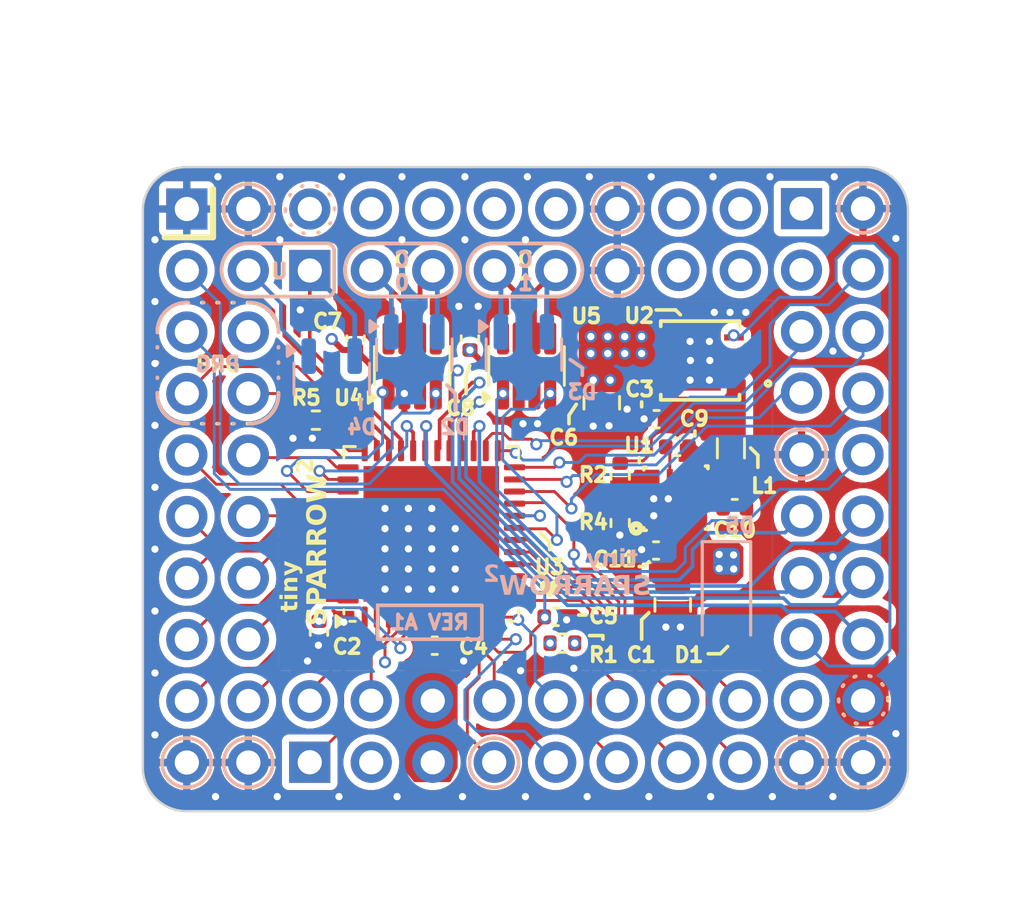
<source format=kicad_pcb>
(kicad_pcb (version 20240108) (generator "pcbnew") (generator_version "8.0")
  (layers (0 "F.Cu" signal) (1 "In1.Cu" signal) (2 "In2.Cu" signal) (31 "B.Cu" signal) (34 "B.Paste" user) (35 "F.Paste" user) (36 "B.SilkS" user "B.Silkscreen") (37 "F.SilkS" user "F.Silkscreen") (38 "B.Mask" user) (39 "F.Mask" user) (44 "Edge.Cuts" user))
  (net 0 "")
  (net 1 "GND")
  (net 2 "+3V3")
  (net 3 "/~{RESET}")
  (net 4 "/PA1")
  (net 5 "/PA10")
  (net 6 "VDC_{PROTECTED}")
  (net 7 "/SWDIO")
  (net 8 "/SWCLK")
  (net 9 "/PB5")
  (net 10 "VDC")
  (net 11 "/CAN1_RX")
  (net 12 "/CAN1_TX")
  (net 13 "/USB-")
  (net 14 "/USB+")
  (net 15 "/CAN0_RX")
  (net 16 "/CAN0_TX")
  (net 17 "/CAN0-")
  (net 18 "/CAN0+")
  (net 20 "/CAN1-")
  (net 21 "/CAN1+")
  (net 23 "/PD2")
  (net 24 "/PD3")
  (net 25 "/PB3")
  (net 26 "/PB6")
  (net 27 "/PB4")
  (net 28 "/PA0")
  (net 29 "/PA3")
  (net 30 "/PA2")
  (net 31 "/PA4")
  (net 32 "/PA5")
  (net 33 "/PA6")
  (net 34 "/PA7")
  (net 35 "/PB10")
  (net 36 "/PB11")
  (net 37 "/PC7")
  (net 38 "/PC6")
  (net 39 "/PA9")
  (net 40 "/PA8")
  (net 41 "/PB15")
  (net 42 "/PB14")
  (net 43 "/PB13")
  (net 44 "/PB12")
  (net 45 "/PB9")
  (net 46 "/PB8")
  (net 47 "/PB7")
  (net 48 "/PC13")
  (net 49 "/PC14")
  (net 50 "/PC15")
  (net 51 "/3V_{PF}")
  (net 52 "/PF0")
  (net 53 "/PF1")
  (net 54 "/PB2")
  (net 55 "/PA15")
  (net 56 "/VBAT")
  (net 57 "/SW")
  (net 71 "/VREF")
  (net 72 "/PG_{LR}")
  (net 73 "Net-(U1-VCC)")
  (net 74 "Net-(U1-BOOT)")
  (net 75 "/VFB")
  (footprint "Capacitor_SMD:C_0402_1005Metric" (layer "F.Cu") (at 163.3872 87.875201 90)
    (property "Reference" "C7")
    (property "Value" "0.1 uF")
  )
  (footprint "Resistor_SMD:R_0402_1005Metric" (layer "F.Cu") (at 171.925724 100.462084 180)
    (property "Reference" "R1")
    (property "Value" "10")
  )
  (footprint "Resistor_SMD:R_0402_1005Metric" (layer "F.Cu") (at 174.3128 93.545199 90)
    (property "Reference" "R2")
    (property "Value" "38K")
  )
  (footprint "Inductor_SMD:L_0805_2012Metric" (layer "F.Cu") (at 178.887199 92.4152 90)
    (property "Reference" "L1")
    (property "Value" "2.2 uH")
  )
  (footprint "Capacitor_SMD:C_0402_1005Metric" (layer "F.Cu") (at 176.6748 92.355)
    (property "Reference" "C9")
    (property "Value" "1uF")
  )
  (footprint "Capacitor_SMD:C_0402_1005Metric" (layer "F.Cu") (at 166.6548 100.5672)
    (property "Reference" "C4")
    (property "Value" "0.1 uF")
  )
  (footprint "Capacitor_SMD:C_0402_1005Metric" (layer "F.Cu") (at 161.875 100.034999 -90)
    (property "Reference" "C2")
    (property "Value" "0.1 uF")
  )
  (footprint "Capacitor_SMD:C_0805_2012Metric" (layer "F.Cu") (at 173.5528 90.5348 -90)
    (property "Reference" "C6")
    (property "Value" "10 uF")
  )
  (footprint "Capacitor_SMD:C_0402_1005Metric" (layer "F.Cu") (at 175.8152 91.212801 180)
    (property "Reference" "C3")
    (property "Value" "10 uF")
  )
  (footprint "Capacitor_SMD:C_0805_2012Metric" (layer "F.Cu") (at 176.4828 98.8848 -90)
    (property "Reference" "C1")
    (property "Value" "10 uF")
  )
  (footprint "Capacitor_SMD:C_0402_1005Metric" (layer "F.Cu") (at 175.795 96.635 180)
    (property "Reference" "C11")
    (property "Value" "0.1 uF")
  )
  (footprint "Resistor_SMD:R_0402_1005Metric" (layer "F.Cu") (at 161.7452 91.2528 180)
    (property "Reference" "R5")
    (property "Value" "10K")
  )
  (footprint "footprint:RPE0009A-MFG" (layer "F.Cu") (at 176.6122 94.4752 90)
    (property "Reference" "U1")
    (property "Value" "LMR43610MSC3RPERQ1")
  )
  (footprint "Package_TO_SOT_SMD:SOT-23-8" (layer "F.Cu") (at 170.4472 89.0152 90)
    (property "Reference" "U5")
    (property "Value" "TCAN332G")
  )
  (footprint "Capacitor_SMD:C_0402_1005Metric" (layer "F.Cu") (at 168.110532 87.875201 90)
    (property "Reference" "C8")
    (property "Value" "0.1 uF")
  )
  (footprint "Package_TO_SOT_SMD:SOT-23-8" (layer "F.Cu") (at 165.723866 89.0152 90)
    (property "Reference" "U4")
    (property "Value" "TCAN332G")
  )
  (footprint "Connector_PinHeader_2.54mm:PinHeader_2x08_P2.54mm_Vertical" (layer "F.Cu") (at 161.4916 105.3808 90)
    (property "Reference" "J2" (hide yes))
    (property "Value" "SOUTH")
  )
  (footprint "Connector_PinHeader_2.54mm:PinHeader_2x08_P2.54mm_Vertical" (layer "F.Cu") (at 161.4944 85.0718 90)
    (property "Reference" "J1" (hide yes))
    (property "Value" "NORTH")
  )
  (footprint "LOGO" (layer "F.Cu") (at 171.398349 98.215895)
    (property "Reference" "G***" (hide yes))
    (property "Value" "LOGO" (hide yes))
  )
  (footprint "Capacitor_SMD:C_0402_1005Metric" (layer "F.Cu") (at 171.6548 99.3772)
    (property "Reference" "C5")
    (property "Value" "0.1 uF")
  )
  (footprint "Diode_SMD:D_SOD-123F" (layer "F.Cu") (at 178.7028 98.4798 -90)
    (property "Reference" "D1")
    (property "Value" "STPS2H100ZFY")
  )
  (footprint "Connector_PinHeader_2.54mm:PinHeader_2x10_P2.54mm_Vertical" (layer "F.Cu") (at 181.8024 82.5148)
    (property "Reference" "J4" (hide yes))
    (property "Value" "EAST")
  )
  (footprint "Connector_PinHeader_2.54mm:PinHeader_2x10_P2.54mm_Vertical" (layer "F.Cu") (at 156.4162 82.5318)
    (property "Reference" "J3" (hide yes))
    (property "Value" "WEST")
  )
  (footprint "Package_DFN_QFN:QFN-48-1EP_7x7mm_P0.5mm_EP5.6x5.6mm" (layer "F.Cu") (at 166.512136 95.950264 90)
    (property "Reference" "U3")
    (property "Value" "STM32G0B1CBU6")
  )
  (footprint "Capacitor_SMD:C_0402_1005Metric" (layer "F.Cu") (at 179.045001 94.885)
    (property "Reference" "C10")
    (property "Value" "0.1 uF")
  )
  (footprint "footprint:DFN6_LD49100_STM" (layer "F.Cu") (at 177.6152 88.787799 180)
    (property "Reference" "U2" (hide yes))
    (property "Value" "LD49100PU33RY")
  )
  (footprint "Resistor_SMD:R_0402_1005Metric" (layer "F.Cu") (at 174.3128 95.499999 -90)
    (property "Reference" "R4")
    (property "Value" "12K")
  )
  (footprint "Package_TO_SOT_SMD:SOT-23" (layer "B.Cu") (at 162.4 89.5452 -90)
    (property "Reference" "D4")
    (property "Value" "NUP2105L")
  )
  (footprint "Diode_SMD:D_SOD-123F" (layer "B.Cu") (at 178.7028 98.4798 -90)
    (property "Reference" "D5")
    (property "Value" "SMF26A")
  )
  (footprint "Package_TO_SOT_SMD:SOT-23" (layer "B.Cu") (at 165.8122 88.5452 -90)
    (property "Reference" "D2")
    (property "Value" "NUP2105L")
  )
  (footprint "Package_TO_SOT_SMD:SOT-23" (layer "B.Cu") (at 170.3372 88.5452 -90)
    (property "Reference" "D3")
    (property "Value" "NUP2105L")
  )
  (gr_arc (start 156.399999 91.4) (mid 155.551472 91.048528) (end 155.199999 90.2) (stroke (width 0.15)) (layer "B.SilkS"))
  (gr_line (start 160.2 87.6) (end 160.2 90.2) (stroke (width 0.15) (type dot)) (layer "B.SilkS"))
  (gr_circle (center 158.95 105.4) (end 158.95 104.384) (stroke (width 0.15)) (fill none) (layer "B.SilkS"))
  (gr_arc (start 171.65 83.95) (mid 172.75 85.05) (end 171.65 86.15) (stroke (width 0.15)) (layer "B.SilkS"))
  (gr_line (start 169.1 83.95) (end 171.65 83.95) (stroke (width 0.15)) (layer "B.SilkS"))
  (gr_line (start 169.1 86.15) (end 171.65 86.15) (stroke (width 0.15)) (layer "B.SilkS"))
  (gr_line (start 162.2 86.15) (end 158.95 86.15) (stroke (width 0.15)) (layer "B.SilkS"))
  (gr_line (start 172.75 89.1) (end 172.25 88.75) (stroke (width 0.15)) (layer "B.SilkS"))
  (gr_rect (start 164.3 98.9) (end 168.6 100.3) (stroke (width 0.15)) (fill none) (layer "B.SilkS"))
  (gr_line (start 164.05 83.95) (end 166.6 83.95) (stroke (width 0.15)) (layer "B.SilkS"))
  (gr_arc (start 166.6 83.95) (mid 167.7 85.05) (end 166.6 86.15) (stroke (width 0.15)) (layer "B.SilkS"))
  (gr_circle (center 184.35 105.4) (end 184.35 104.384) (stroke (width 0.15)) (fill none) (layer "B.SilkS"))
  (gr_arc (start 162.5 85.85) (mid 162.412132 86.062132) (end 162.2 86.15) (stroke (width 0.15)) (layer "B.SilkS"))
  (gr_line (start 169.1 86.15) (end 171.65 86.15) (stroke (width 0.15)) (layer "B.SilkS"))
  (gr_arc (start 169.1 86.15) (mid 168 85.05) (end 169.1 83.95) (stroke (width 0.15)) (layer "B.SilkS"))
  (gr_arc (start 158.95 86.15) (mid 157.85 85.05) (end 158.95 83.95) (stroke (width 0.15)) (layer "B.SilkS"))
  (gr_arc (start 171.65 83.95) (mid 172.75 85.05) (end 171.65 86.15) (stroke (width 0.15)) (layer "B.SilkS"))
  (gr_circle (center 161.5 82.55) (end 160.484 82.55) (stroke (width 0.15) (type dot)) (fill none) (layer "B.SilkS"))
  (gr_circle (center 156.404 105.4) (end 156.404 104.384) (stroke (width 0.15)) (fill none) (layer "B.SilkS"))
  (gr_arc (start 159 86.4) (mid 159.848528 86.751472) (end 160.2 87.6) (stroke (width 0.15)) (layer "B.SilkS"))
  (gr_circle (center 184.35 102.8) (end 183.334 102.8) (stroke (width 0.15) (type dot)) (fill none) (layer "B.SilkS"))
  (gr_arc (start 160.2 90.2) (mid 159.848528 91.048528) (end 159 91.4) (stroke (width 0.15)) (layer "B.SilkS"))
  (gr_line (start 167.5 90.85) (end 167.5 90.15) (stroke (width 0.15)) (layer "B.SilkS"))
  (gr_circle (center 181.8 105.4) (end 181.8 104.384) (stroke (width 0.15)) (fill none) (layer "B.SilkS"))
  (gr_line (start 164.05 86.15) (end 166.6 86.15) (stroke (width 0.15)) (layer "B.SilkS"))
  (gr_circle (center 174.2 85.1) (end 174.2 84.084) (stroke (width 0.15)) (fill none) (layer "B.SilkS"))
  (gr_circle (center 181.8 92.65) (end 181.8 91.634) (stroke (width 0.15)) (fill none) (layer "B.SilkS"))
  (gr_line (start 162.5 85.85) (end 162.5 84.25) (stroke (width 0.15)) (layer "B.SilkS"))
  (gr_line (start 163.6 90.8) (end 163.6 90.4) (stroke (width 0.15)) (layer "B.SilkS"))
  (gr_arc (start 155.199999 87.6) (mid 155.551471 86.751472) (end 156.399999 86.4) (stroke (width 0.15)) (layer "B.SilkS"))
  (gr_line (start 172.75 89.4) (end 172.75 89.1) (stroke (width 0.15)) (layer "B.SilkS"))
  (gr_line (start 155.199999 87.6) (end 155.199999 90.2) (stroke (width 0.15) (type dot)) (layer "B.SilkS"))
  (gr_circle (center 174.2 82.5) (end 174.2 81.484) (stroke (width 0.15)) (fill none) (layer "B.SilkS"))
  (gr_arc (start 169.1 86.15) (mid 168 85.05) (end 169.1 83.95) (stroke (width 0.15)) (layer "B.SilkS"))
  (gr_line (start 167.5 90.15) (end 167.15 89.8) (stroke (width 0.15)) (layer "B.SilkS"))
  (gr_line (start 169.1 83.95) (end 171.65 83.95) (stroke (width 0.15)) (layer "B.SilkS"))
  (gr_arc (start 164.05 86.15) (mid 162.95 85.05) (end 164.05 83.95) (stroke (width 0.15)) (layer "B.SilkS"))
  (gr_line (start 162.2 83.95) (end 158.95 83.95) (stroke (width 0.15)) (layer "B.SilkS"))
  (gr_arc (start 162.2 83.95) (mid 162.412132 84.037868) (end 162.5 84.25) (stroke (width 0.15)) (layer "B.SilkS"))
  (gr_circle (center 169.1 105.4) (end 169.1 104.384) (stroke (width 0.15)) (fill none) (layer "B.SilkS"))
  (gr_circle (center 184.35 82.5) (end 184.35 81.484) (stroke (width 0.15)) (fill none) (layer "B.SilkS"))
  (gr_line (start 159 91.4) (end 156.399999 91.4) (stroke (width 0.15) (type dot)) (layer "B.SilkS"))
  (gr_line (start 159 86.4) (end 156.399999 86.4) (stroke (width 0.15) (type dot)) (layer "B.SilkS"))
  (gr_circle (center 158.95 82.516) (end 158.95 81.5) (stroke (width 0.15)) (fill none) (layer "B.SilkS"))
  (gr_line (start 175.2 100.3) (end 175.2 99.5) (stroke (width 0.15)) (layer "F.SilkS"))
  (gr_line (start 177.4 91.7) (end 177.4 91.9) (stroke (width 0.15)) (layer "F.SilkS"))
  (gr_arc (start 158.95 86.15) (mid 157.85 85.05) (end 158.95 83.95) (stroke (width 0.15)) (layer "F.SilkS"))
  (gr_line (start 166.6 86.15) (end 164.05 86.15) (stroke (width 0.15)) (layer "F.SilkS"))
  (gr_circle (center 181.8 105.4) (end 181.8 104.384) (stroke (width 0.15)) (fill none) (layer "F.SilkS"))
  (gr_line (start 171.65 86.15) (end 169.1 86.15) (stroke (width 0.15)) (layer "F.SilkS"))
  (gr_arc (start 156.4 91.4) (mid 155.551472 91.048528) (end 155.2 90.2) (stroke (width 0.15)) (layer "F.SilkS"))
  (gr_line (start 167.95 89.45) (end 168.1 89) (stroke (width 0.15)) (layer "F.SilkS"))
  (gr_arc (start 171.65 83.95) (mid 172.75 85.05) (end 171.65 86.15) (stroke (width 0.15)) (layer "F.SilkS"))
  (gr_line (start 171.65 83.95) (end 169.1 83.95) (stroke (width 0.15)) (layer "F.SilkS"))
  (gr_arc (start 160.200001 90.2) (mid 159.848529 91.048528) (end 159.000001 91.4) (stroke (width 0.15)) (layer "F.SilkS"))
  (gr_line (start 172.2 91.4) (end 172.2 91.05) (stroke (width 0.15)) (layer "F.SilkS"))
  (gr_arc (start 164.05 86.15) (mid 162.95 85.05) (end 164.05 83.95) (stroke (width 0.15)) (layer "F.SilkS"))
  (gr_circle (center 158.95 82.5) (end 158.95 81.484) (stroke (width 0.15)) (fill none) (layer "F.SilkS"))
  (gr_line (start 171.4 96.3) (end 171 95.9) (stroke (width 0.15)) (layer "F.SilkS"))
  (gr_line (start 178.45 100.9) (end 178.75 100.6) (stroke (width 0.15)) (layer "F.SilkS"))
  (gr_line (start 162.2 83.95) (end 158.95 83.95) (stroke (width 0.15)) (layer "F.SilkS"))
  (gr_arc (start 162.2 83.95) (mid 162.412132 84.037868) (end 162.5 84.25) (stroke (width 0.15)) (layer "F.SilkS"))
  (gr_line (start 173.6 100.3) (end 173.6 100.2) (stroke (width 0.15)) (layer "F.SilkS"))
  (gr_arc (start 164.05 86.15) (mid 162.95 85.05) (end 164.05 83.95) (stroke (width 0.15)) (layer "F.SilkS"))
  (gr_circle (center 158.95 105.4) (end 158.95 104.384) (stroke (width 0.15)) (fill none) (layer "F.SilkS"))
  (gr_line (start 167.95 90.15) (end 167.95 89.45) (stroke (width 0.15)) (layer "F.SilkS"))
  (gr_line (start 155.2 87.6) (end 155.2 90.2) (stroke (width 0.15) (type dot)) (layer "F.SilkS"))
  (gr_line (start 175.2 90.5) (end 175.2 90.7) (stroke (width 0.15)) (layer "F.SilkS"))
  (gr_line (start 172.2 91.05) (end 172.5 90.6) (stroke (width 0.15)) (layer "F.SilkS"))
  (gr_line (start 177.95 100.9) (end 178.45 100.9) (stroke (width 0.15)) (layer "F.SilkS"))
  (gr_line (start 173.6 100.15) (end 173.05 100.15) (stroke (width 0.15)) (layer "F.SilkS"))
  (gr_arc (start 159.000001 86.4) (mid 159.848529 86.751472) (end 160.200001 87.6) (stroke (width 0.15)) (layer "F.SilkS"))
  (gr_line (start 175.1 92.8) (end 175.1 93) (stroke (width 0.15)) (layer "F.SilkS"))
  (gr_line (start 180 92.7) (end 180 93.2) (stroke (width 0.15)) (layer "F.SilkS"))
  (gr_line (start 156.4 91.4) (end 159.000001 91.4) (stroke (width 0.15) (type dot)) (layer "F.SilkS"))
  (gr_arc (start 166.6 83.95) (mid 167.7 85.05) (end 166.6 86.15) (stroke (width 0.15)) (layer "F.SilkS"))
  (gr_circle (center 184.35 105.4) (end 184.35 104.384) (stroke (width 0.15)) (fill none) (layer "F.SilkS"))
  (gr_line (start 171.4 96.6) (end 171.4 96.3) (stroke (width 0.15)) (layer "F.SilkS"))
  (gr_line (start 175.3 97.3) (end 175.5 97.1) (stroke (width 0.15)) (layer "F.SilkS"))
  (gr_line (start 157.5 83.7) (end 157.5 81.7) (stroke (width 0.25)) (layer "F.SilkS"))
  (gr_circle (center 174.2 85.1) (end 174.2 84.084) (stroke (width 0.15)) (fill none) (layer "F.SilkS"))
  (gr_line (start 156.4 86.4) (end 159.000001 86.4) (stroke (width 0.15) (type dot)) (layer "F.SilkS"))
  (gr_line (start 162.5 84.25) (end 162.5 85.85) (stroke (width 0.15)) (layer "F.SilkS"))
  (gr_circle (center 161.5 82.55) (end 162.516 82.55) (stroke (width 0.15) (type dot)) (fill none) (layer "F.SilkS"))
  (gr_line (start 155.499999 83.7) (end 157.5 83.7) (stroke (width 0.25)) (layer "F.SilkS"))
  (gr_arc (start 155.2 87.6) (mid 155.551472 86.751472) (end 156.4 86.4) (stroke (width 0.15)) (layer "F.SilkS"))
  (gr_line (start 175.8 86.7) (end 176.6 86.7) (stroke (width 0.15)) (layer "F.SilkS"))
  (gr_arc (start 166.6 83.95) (mid 167.7 85.05) (end 166.6 86.15) (stroke (width 0.15)) (layer "F.SilkS"))
  (gr_arc (start 169.1 86.15) (mid 168 85.05) (end 169.1 83.95) (stroke (width 0.15)) (layer "F.SilkS"))
  (gr_circle (center 156.404 105.4) (end 156.404 104.384) (stroke (width 0.15)) (fill none) (layer "F.SilkS"))
  (gr_line (start 166.6 83.95) (end 164.05 83.95) (stroke (width 0.15)) (layer "F.SilkS"))
  (gr_line (start 162.2 86.15) (end 158.95 86.15) (stroke (width 0.15)) (layer "F.SilkS"))
  (gr_line (start 160.200001 87.6) (end 160.200001 90.2) (stroke (width 0.15) (type dot)) (layer "F.SilkS"))
  (gr_line (start 176.6 86.7) (end 176.8 86.9) (stroke (width 0.15)) (layer "F.SilkS"))
  (gr_circle (center 181.8 92.65) (end 181.8 91.634) (stroke (width 0.15)) (fill none) (layer "F.SilkS"))
  (gr_circle (center 184.35 102.8) (end 185.366 102.8) (stroke (width 0.15) (type dot)) (fill none) (layer "F.SilkS"))
  (gr_circle (center 184.35 82.5) (end 184.35 81.484) (stroke (width 0.15)) (fill none) (layer "F.SilkS"))
  (gr_line (start 175.1 97.3) (end 175.3 97.3) (stroke (width 0.15)) (layer "F.SilkS"))
  (gr_circle (center 174.2 82.5) (end 174.2 81.484) (stroke (width 0.15)) (fill none) (layer "F.SilkS"))
  (gr_line (start 166.6 86.15) (end 164.05 86.15) (stroke (width 0.15)) (layer "F.SilkS"))
  (gr_line (start 179.7 92.4) (end 180 92.7) (stroke (width 0.15)) (layer "F.SilkS"))
  (gr_line (start 172.9 99.3) (end 172.6 99.3) (stroke (width 0.15)) (layer "F.SilkS"))
  (gr_circle (center 169.1 105.4) (end 169.1 104.384) (stroke (width 0.15)) (fill none) (layer "F.SilkS"))
  (gr_arc (start 162.5 85.85) (mid 162.412132 86.062132) (end 162.2 86.15) (stroke (width 0.15)) (layer "F.SilkS"))
  (gr_line (start 166.6 83.95) (end 164.05 83.95) (stroke (width 0.15)) (layer "F.SilkS"))
  (gr_line (start 175.2 99.5) (end 175.5 99.2) (stroke (width 0.15)) (layer "F.SilkS"))
  (gr_arc (start 156.4 107.4) (mid 155.127208 106.872792) (end 154.6 105.6) (stroke (width 0.1)) (layer "Edge.Cuts"))
  (gr_line (start 186.2 82.6) (end 186.2 105.6) (stroke (width 0.1)) (layer "Edge.Cuts"))
  (gr_line (start 184.4 107.4) (end 156.4 107.4) (stroke (width 0.1)) (layer "Edge.Cuts"))
  (gr_line (start 154.6 82.6) (end 154.6 105.6) (stroke (width 0.1)) (layer "Edge.Cuts"))
  (gr_arc (start 184.4 80.8) (mid 185.672792 81.327208) (end 186.2 82.6) (stroke (width 0.1)) (layer "Edge.Cuts"))
  (gr_line (start 184.4 80.8) (end 156.4 80.8) (stroke (width 0.1)) (layer "Edge.Cuts"))
  (gr_arc (start 186.2 105.6) (mid 185.672792 106.872792) (end 184.4 107.4) (stroke (width 0.1)) (layer "Edge.Cuts"))
  (gr_arc (start 154.6 82.6) (mid 155.127208 81.327208) (end 156.4 80.8) (stroke (width 0.1)) (layer "Edge.Cuts"))
  (gr_text "U" (at 160.25 85.1 0) (layer "B.SilkS") (effects (font (size 0.6 0.6) (thickness 0.15) (bold yes)) (justify mirror)))
  (gr_text "C\n0" (at 165.3 85.1 0) (layer "B.SilkS") (effects (font (size 0.6 0.6) (thickness 0.15) (bold yes)) (justify mirror)))
  (gr_text "2" (at 168.650001 98.05 0) (layer "B.SilkS") (effects (font (size 0.7 0.7) (thickness 0.175) (bold yes)) (justify right bottom mirror)))
  (gr_text "REV A1" (at 166.45 99.6 0) (layer "B.SilkS") (effects (font (size 0.6 0.6)) (justify mirror)))
  (gr_text "tiny" (at 172.900001 97.4 0) (layer "B.SilkS") (effects (font (size 0.7 0.7) (thickness 0.175) (bold yes)) (justify right bottom mirror)))
  (gr_text "C\n1" (at 170.4 85.1 0) (layer "B.SilkS") (effects (font (size 0.6 0.6) (thickness 0.15) (bold yes)) (justify mirror)))
  (gr_text "SPARROW" (at 169.3 98.6 0) (layer "B.SilkS") (effects (font (size 0.8 0.8) (thickness 0.175) (bold yes)) (justify right bottom mirror)))
  (gr_text "PRG" (at 157.7 88.95 -0) (layer "B.SilkS") (effects (font (size 0.6 0.6) (thickness 0.15) (bold yes)) (justify mirror)))
  (gr_text "C\n1" (at 170.4 85.1 0) (layer "F.SilkS") (effects (font (size 0.6 0.6) (thickness 0.15) (bold yes))))
  (gr_text "PRG" (at 157.7 88.95 0) (layer "F.SilkS") (effects (font (size 0.6 0.6) (thickness 0.15) (bold yes))))
  (gr_text "tiny" (at 161.1 97.05 90) (layer "F.SilkS") (effects (font (size 0.7 0.7) (thickness 0.175) (bold yes)) (justify right bottom)))
  (gr_text "U" (at 160.2 85.1 0) (layer "F.SilkS") (effects (font (size 0.6 0.6) (thickness 0.15) (bold yes))))
  (gr_text "SPARROW" (at 162.3 93.449999 90) (layer "F.SilkS") (effects (font (size 0.8 0.8) (thickness 0.175) (bold yes)) (justify right bottom)))
  (gr_text "C\n0" (at 165.3 85.1 0) (layer "F.SilkS") (effects (font (size 0.6 0.6) (thickness 0.15) (bold yes))))
  (gr_text "2" (at 161.75 92.8 90) (layer "F.SilkS") (effects (font (size 0.7 0.7) (thickness 0.175) (bold yes)) (justify right bottom)))
  (gr_text "U2" (at 174.4 87.28855 0) (layer "F.SilkS") (effects (font (size 0.6 0.6)) (justify left bottom)))
  (segment (start 166.762136 99.387764) (end 166.762136 99.952648) (width 0.12) (layer "F.Cu") (net 1))
  (segment (start 167.3748 100.565312) (end 167.3748 100.6672) (width 0.12) (layer "F.Cu") (net 1))
  (segment (start 166.762136 99.952648) (end 167.3748 100.565312) (width 0.12) (layer "F.Cu") (net 1))
  (via (at 166.533332 98.233334) (size 0.5) (drill 0.3) (layers "F.Cu" "B.Cu") (net 1))
  (via (at 172.4 101.5) (size 0.5) (drill 0.3) (layers "F.Cu" "B.Cu") (net 1))
  (via (at 161.6 92) (size 0.5) (drill 0.3) (layers "F.Cu" "B.Cu") (net 1))
  (via (at 177.2 88) (size 0.5) (drill 0.3) (layers "F.Cu" "B.Cu") (net 1))
  (via (at 170.481251 81.2) (size 0.5) (drill 0.3) (layers "F.Cu" "B.Cu") (net 1))
  (via (at 164.6 95.733333) (size 0.5) (drill 0.3) (layers "F.Cu" "B.Cu") (net 1))
  (via (at 166.533332 95.733333) (size 0.5) (drill 0.3) (layers "F.Cu" "B.Cu") (net 1))
  (via (at 160.25625 81.2) (size 0.5) (drill 0.3) (layers "F.Cu" "B.Cu") (net 1))
  (via (at 167.65 86.55) (size 0.5) (drill 0.3) (layers "F.Cu" "B.Cu") (net 1))
  (via (at 161.85 100.55) (size 0.5) (drill 0.3) (layers "F.Cu" "B.Cu") (net 1))
  (via (at 174.6 90.8) (size 0.5) (drill 0.3) (layers "F.Cu" "B.Cu") (net 1))
  (via (at 167.5 98.233334) (size 0.5) (drill 0.3) (layers "F.Cu" "B.Cu") (net 1))
  (via (at 178.2 86.8) (size 0.5) (drill 0.3) (layers "F.Cu" "B.Cu") (net 1))
  (via (at 170.4 83.8) (size 0.5) (drill 0.3) (layers "F.Cu" "B.Cu") (net 1))
  (via (at 166.533332 96.566666) (size 0.5) (drill 0.3) (layers "F.Cu" "B.Cu") (net 1))
  (via (at 155.1 91.46875) (size 0.5) (drill 0.3) (layers "F.Cu" "B.Cu") (net 1))
  (via (at 173.0375 81.2) (size 0.5) (drill 0.3) (layers "F.Cu" "B.Cu") (net 1))
  (via (at 178 89.6) (size 0.5) (drill 0.3) (layers "F.Cu" "B.Cu") (net 1))
  (via (at 157.6 106.8) (size 0.5) (drill 0.3) (layers "F.Cu" "B.Cu") (net 1))
  (via (at 180.6 106.8) (size 0.5) (drill 0.3) (layers "F.Cu" "B.Cu") (net 1))
  (via (at 161.4 101.2) (size 0.5) (drill 0.3) (layers "F.Cu" "B.Cu") (net 1))
  (via (at 155.1 88.9125) (size 0.5) (drill 0.3) (layers "F.Cu" "B.Cu") (net 1))
  (via (at 164.6 94.9) (size 0.5) (drill 0.3) (layers "F.Cu" "B.Cu") (net 1))
  (via (at 185.7 83.75) (size 0.5) (drill 0.3) (layers "F.Cu" "B.Cu") (net 1))
  (via (at 178.85 86.8) (size 0.5) (drill 0.3) (layers "F.Cu" "B.Cu") (net 1))
  (via (at 155.1 86.35625) (size 0.5) (drill 0.3) (layers "F.Cu" "B.Cu") (net 1))
  (via (at 178 88) (size 0.5) (drill 0.3) (layers "F.Cu" "B.Cu") (net 1))
  (via (at 155.1 99.1375) (size 0.5) (drill 0.3) (layers "F.Cu" "B.Cu") (net 1))
  (via (at 167.5 95.733333) (size 0.5) (drill 0.3) (layers "F.Cu" "B.Cu") (net 1))
  (via (at 160.25625 83.8) (size 0.5) (drill 0.3) (layers "F.Cu" "B.Cu") (net 1))
  (via (at 178.0152 88.787799) (size 0.5) (drill 0.3) (layers "F.Cu" "B.Cu") (net 1))
  (via (at 167.9 83.8) (size 0.5) (drill 0.3) (layers "F.Cu" "B.Cu") (net 1))
  (via (at 172.95 106.8) (size 0.5) (drill 0.3) (layers "F.Cu" "B.Cu") (net 1))
  (via (at 165.3 81.2) (size 0.5) (drill 0.3) (layers "F.Cu" "B.Cu") (net 1))
  (via (at 162.9 99.6) (size 0.5) (drill 0.3) (layers "F.Cu" "B.Cu") (net 1))
  (via (at 178.05 106.8) (size 0.5) (drill 0.3) (layers "F.Cu" "B.Cu") (net 1))
  (via (at 160.15 106.8) (size 0.5) (drill 0.3) (layers "F.Cu" "B.Cu") (net 1))
  (via (at 175.2 96.6) (size 0.5) (drill 0.3) (layers "F.Cu" "B.Cu") (net 1))
  (via (at 165.3 83.8) (size 0.5) (drill 0.3) (layers "F.Cu" "B.Cu") (net 1))
  (via (at 165.566666 98.233334) (size 0.5) (drill 0.3) (layers "F.Cu" "B.Cu") (net 1))
  (via (at 167.8 106.8) (size 0.5) (drill 0.3) (layers "F.Cu" "B.Cu") (net 1))
  (via (at 170.3 91.4) (size 0.5) (drill 0.3) (layers "F.Cu" "B.Cu") (net 1))
  (via (at 164.6 96.566666) (size 0.5) (drill 0.3) (layers "F.Cu" "B.Cu") (net 1))
  (via (at 183.1 106.8) (size 0.5) (drill 0.3) (layers "F.Cu" "B.Cu") (net 1))
  (via (at 185.7 104.2) (size 0.5) (drill 0.3) (layers "F.Cu" "B.Cu") (net 1))
  (via (at 170.9 91.4) (size 0.5) (drill 0.3) (layers "F.Cu" "B.Cu") (net 1))
  (via (at 175.7 95.2) (size 0.5) (drill 0.3) (layers "F.Cu" "B.Cu") (net 1))
  (via (at 176.3 94.5) (size 0.5) (drill 0.3) (layers "F.Cu" "B.Cu") (net 1))
  (via (at 175.59375 81.2) (size 0.5) (drill 0.3) (layers "F.Cu" "B.Cu") (net 1))
  (via (at 173.8528 91.484799) (size 0.5) (drill 0.3) (layers "F.Cu" "B.Cu") (net 1))
  (via (at 157.7 81.2) (size 0.5) (drill 0.3) (layers "F.Cu" "B.Cu") (net 1))
  (via (at 170.4 106.8) (size 0.5) (drill 0.3) (layers "F.Cu" "B.Cu") (net 1))
  (via (at 180.5 81.2) (size 0.5) (drill 0.3) (layers "F.Cu" "B.Cu") (net 1))
  (via (at 161.1 86.7) (size 0.5) (drill 0.3) (layers "F.Cu" "B.Cu") (net 1))
  (via (at 165.1 106.8) (size 0.5) (drill 0.3) (layers "F.Cu" "B.Cu") (net 1))
  (via (at 155.1 101.69375) (size 0.5) (drill 0.3) (layers "F.Cu" "B.Cu") (net 1))
  (via (at 175.3 91.2) (size 0.5) (drill 0.3) (layers "F.Cu" "B.Cu") (net 1))
  (via (at 167.5 97.4) (size 0.5) (drill 0.3) (layers "F.Cu" "B.Cu") (net 1))
  (via (at 174.3 96) (size 0.5) (drill 0.3) (layers "F.Cu" "B.Cu") (net 1))
  (via (at 167.9 81.2) (size 0.5) (drill 0.3) (layers "F.Cu" "B.Cu") (net 1))
  (via (at 165.566666 97.4) (size 0.5) (drill 0.3) (layers "F.Cu" "B.Cu") (net 1))
  (via (at 165.566666 94.9) (size 0.5) (drill 0.3) (layers "F.Cu" "B.Cu") (net 1))
  (via (at 176.8 99.8) (size 0.5) (drill 0.3) (layers "F.Cu" "B.Cu") (net 1))
  (via (at 162.812499 81.2) (size 0.5) (drill 0.3) (layers "F.Cu" "B.Cu") (net 1))
  (via (at 155.1 96.58125) (size 0.5) (drill 0.3) (layers "F.Cu" "B.Cu") (net 1))
  (via (at 162.7 106.8) (size 0.5) (drill 0.3) (layers "F.Cu" "B.Cu") (net 1))
  (via (at 177.2 89.6) (size 0.5) (drill 0.3) (layers "F.Cu" "B.Cu") (net 1))
  (via (at 166.533332 97.4) (size 0.5) (drill 0.3) (layers "F.Cu" "B.Cu") (net 1))
  (via (at 179.5 86.8) (size 0.5) (drill 0.3) (layers "F.Cu" "B.Cu") (net 1))
  (via (at 173.2 91.5) (size 0.5) (drill 0.3) (layers "F.Cu" "B.Cu") (net 1))
  (via (at 175.7 94.5) (size 0.5) (drill 0.3) (layers "F.Cu" "B.Cu") (net 1))
  (via (at 155.1 104.25) (size 0.5) (drill 0.3) (layers "F.Cu" "B.Cu") (net 1))
  (via (at 160.8 92) (size 0.5) (drill 0.3) (layers "F.Cu" "B.Cu") (net 1))
  (via (at 172.1 99.5) (size 0.5) (drill 0.3) (layers "F.Cu" "B.Cu") (net 1))
  (via (at 176.2 99.8) (size 0.5) (drill 0.3) (layers "F.Cu" "B.Cu") (net 1))
  (via (at 165.398866 90.1527) (size 0.5) (drill 0.3) (layers "F.Cu" "B.Cu") (net 1))
  (via (at 175.5 106.8) (size 0.5) (drill 0.3) (layers "F.Cu" "B.Cu") (net 1))
  (via (at 178.15 81.2) (size 0.5) (drill 0.3) (layers "F.Cu" "B.Cu") (net 1))
  (via (at 165.566666 96.566666) (size 0.5) (drill 0.3) (layers "F.Cu" "B.Cu") (net 1))
  (via (at 155.1 83.8) (size 0.5) (drill 0.3) (layers "F.Cu" "B.Cu") (net 1))
  (via (at 155.1 94.025) (size 0.5) (drill 0.3) (layers "F.Cu" "B.Cu") (net 1))
  (via (at 164.6 98.233334) (size 0.5) (drill 0.3) (layers "F.Cu" "B.Cu") (net 1))
  (via (at 166.533332 94.9) (size 0.5) (drill 0.3) (layers "F.Cu" "B.Cu") (net 1))
  (via (at 183.1 88.4) (size 0.5) (drill 0.3) (layers "F.Cu" "B.Cu") (net 1))
  (via (at 168.45 86.55) (size 0.5) (drill 0.3) (layers "F.Cu" "B.Cu") (net 1))
  (via (at 164.6 97.4) (size 0.5) (drill 0.3) (layers "F.Cu" "B.Cu") (net 1))
  (via (at 177.2152 88.787799) (size 0.5) (drill 0.3) (layers "F.Cu" "B.Cu") (net 1))
  (via (at 183.1 96.9) (size 0.5) (drill 0.3) (layers "F.Cu" "B.Cu") (net 1))
  (via (at 165.566666 95.733333) (size 0.5) (drill 0.3) (layers "F.Cu" "B.Cu") (net 1))
  (via (at 167.85 101.2) (size 0.5) (drill 0.3) (layers "F.Cu" "B.Cu") (net 1))
  (via (at 170.2 101.6) (size 0.5) (drill 0.3) (layers "F.Cu" "B.Cu") (net 1))
  (via (at 167.5 96.566666) (size 0.5) (drill 0.3) (layers "F.Cu" "B.Cu") (net 1))
  (via (at 183.15625 81.2) (size 0.5) (drill 0.3) (layers "F.Cu" "B.Cu") (net 1))
  (segment (start 163.616 88.584) (end 163.616 88.584001) (width 0.25) (layer "F.Cu") (net 2))
  (segment (start 165.713726 89.1652) (end 166.048866 89.50034) (width 0.25) (layer "F.Cu") (net 2))
  (segment (start 170.7722 89.490201) (end 170.7722 90.1527) (width 0.25) (layer "F.Cu") (net 2))
  (segment (start 168.920531 89.1652) (end 170.447199 89.1652) (width 0.25) (layer "F.Cu") (net 2))
  (segment (start 163.615999 88.584) (end 163.3872 88.355201) (width 0.25) (layer "F.Cu") (net 2))
  (segment (start 166.048866 89.50034) (end 166.048866 90.1527) (width 0.25) (layer "F.Cu") (net 2))
  (segment (start 170.447199 89.1652) (end 170.7722 89.490201) (width 0.25) (layer "F.Cu") (net 2))
  (segment (start 163.616 88.584001) (end 164.197199 89.1652) (width 0.25) (layer "F.Cu") (net 2))
  (segment (start 163.3872 88.355201) (end 162.855201 88.355201) (width 0.25) (layer "F.Cu") (net 2))
  (segment (start 163.616 88.584) (end 163.615999 88.584) (width 0.25) (layer "F.Cu") (net 2))
  (segment (start 162.855201 88.355201) (end 162.4 87.9) (width 0.25) (layer "F.Cu") (net 2))
  (segment (start 164.197199 89.1652) (end 165.713726 89.1652) (width 0.25) (layer "F.Cu") (net 2))
  (segment (start 168.110532 88.355201) (end 168.920531 89.1652) (width 0.25) (layer "F.Cu") (net 2))
  (via (at 162.4 87.9) (size 0.5) (drill 0.3) (layers "F.Cu" "B.Cu") (net 2))
  (via (at 173.8 87.8) (size 0.5) (drill 0.3) (layers "F.Cu" "B.Cu") (net 2))
  (via (at 175.2 88.5) (size 0.5) (drill 0.3) (layers "F.Cu" "B.Cu") (net 2))
  (via (at 173.9 89.6) (size 0.5) (drill 0.3) (layers "F.Cu" "B.Cu") (net 2))
  (via (at 174.5 88.5) (size 0.5) (drill 0.3) (layers "F.Cu" "B.Cu") (net 2))
  (via (at 173.1 87.8) (size 0.5) (drill 0.3) (layers "F.Cu" "B.Cu") (net 2))
  (via (at 174.5 87.8) (size 0.5) (drill 0.3) (layers "F.Cu" "B.Cu") (net 2))
  (via (at 172.435724 100.462084) (size 0.5) (drill 0.3) (layers "F.Cu" "B.Cu") (net 2))
  (via (at 175.2 87.8) (size 0.5) (drill 0.3) (layers "F.Cu" "B.Cu") (net 2))
  (via (at 173.1 88.5) (size 0.5) (drill 0.3) (layers "F.Cu" "B.Cu") (net 2))
  (via (at 173.8 88.5) (size 0.5) (drill 0.3) (layers "F.Cu" "B.Cu") (net 2))
  (via (at 173.2 89.6) (size 0.5) (drill 0.3) (layers "F.Cu" "B.Cu") (net 2))
  (via (at 168.110532 88.355201) (size 0.5) (drill 0.3) (layers "F.Cu" "B.Cu") (net 2))
  (segment (start 170.62 100.52) (end 170.3 100.84) (width 0.12) (layer "F.Cu") (net 3))
  (segment (start 170.62 100.08) (end 170.62 100.52) (width 0.12) (layer "F.Cu") (net 3))
  (segment (start 168.262136 99.825263) (end 168.262136 99.387764) (width 0.12) (layer "F.Cu") (net 3))
  (segment (start 171.2 99.4) (end 171.2 99.5) (width 0.12) (layer "F.Cu") (net 3))
  (segment (start 170.3 100.84) (end 169.276873 100.84) (width 0.12) (layer "F.Cu") (net 3))
  (segment (start 169.276873 100.84) (end 168.262136 99.825263) (width 0.12) (layer "F.Cu") (net 3))
  (segment (start 171.2 99.5) (end 170.62 100.08) (width 0.12) (layer "F.Cu") (net 3))
  (via (at 171.2 99.4) (size 0.5) (drill 0.3) (layers "F.Cu" "B.Cu") (net 3))
  (segment (start 171.2 98.3) (end 171.2 99.4) (width 0.12) (layer "B.Cu") (net 3))
  (segment (start 157.55 88.7456) (end 156.4162 87.6118) (width 0.12) (layer "B.Cu") (net 3))
  (segment (start 157.55 93.461127) (end 157.55 88.7456) (width 0.12) (layer "B.Cu") (net 3))
  (segment (start 167.01 94.11) (end 158.198873 94.11) (width 0.12) (layer "B.Cu") (net 3))
  (segment (start 158.198873 94.11) (end 157.55 93.461127) (width 0.12) (layer "B.Cu") (net 3))
  (segment (start 171.2 98.3) (end 167.01 94.11) (width 0.12) (layer "B.Cu") (net 3))
  (segment (start 169.262136 99.387764) (end 169.987764 99.387764) (width 0.12) (layer "F.Cu") (net 4))
  (segment (start 169.987764 99.387764) (end 170.1 99.5) (width 0.12) (layer "F.Cu") (net 4))
  (via (at 170.1 99.5) (size 0.5) (drill 0.3) (layers "F.Cu" "B.Cu") (net 4))
  (segment (start 170.1 99.5) (end 170.8 100.2) (width 0.12) (layer "B.Cu") (net 4))
  (segment (start 170.8 100.2) (end 170.8 101.9892) (width 0.12) (layer "B.Cu") (net 4))
  (segment (start 170.8 101.9892) (end 171.6516 102.8408) (width 0.12) (layer "B.Cu") (net 4))
  (segment (start 165.762136 92.512764) (end 165.762136 91.762136) (width 0.15) (layer "F.Cu") (net 5))
  (segment (start 165.762136 91.762136) (end 165.5 91.5) (width 0.15) (layer "F.Cu") (net 5))
  (via (at 165.5 91.5) (size 0.5) (drill 0.3) (layers "F.Cu" "B.Cu") (net 5))
  (segment (start 157.8 93.105378) (end 158.584622 93.89) (width 0.12) (layer "B.Cu") (net 5))
  (segment (start 158.584622 93.89) (end 163.94234 93.89) (width 0.12) (layer "B.Cu") (net 5))
  (segment (start 163.94234 93.89) (end 165.5 92.33234) (width 0.12) (layer "B.Cu") (net 5))
  (segment (start 165.5 92.33234) (end 165.5 91.5) (width 0.12) (layer "B.Cu") (net 5))
  (segment (start 157.8 86.4556) (end 157.8 93.105378) (width 0.12) (layer "B.Cu") (net 5))
  (segment (start 156.4162 85.0718) (end 157.8 86.4556) (width 0.12) (layer "B.Cu") (net 5))
  (via (at 178.4 96.8) (size 0.5) (drill 0.3) (layers "F.Cu" "B.Cu") (net 6))
  (via (at 179 97.4) (size 0.5) (drill 0.3) (layers "F.Cu" "B.Cu") (net 6))
  (via (at 178.4028 97.3798) (size 0.5) (drill 0.3) (layers "F.Cu" "B.Cu") (net 6))
  (via (at 178.9972 96.8202) (size 0.5) (drill 0.3) (layers "F.Cu" "B.Cu") (net 6))
  (segment (start 160.991111 89.0418) (end 157.5262 89.0418) (width 0.12) (layer "F.Cu") (net 7))
  (segment (start 162.785199 90.835888) (end 160.991111 89.0418) (width 0.12) (layer "F.Cu") (net 7))
  (segment (start 164.262136 92.512764) (end 164.262136 92.117448) (width 0.12) (layer "F.Cu") (net 7))
  (segment (start 162.785199 91.385199) (end 162.785199 90.835888) (width 0.12) (layer "F.Cu") (net 7))
  (segment (start 157.5262 89.0418) (end 156.4162 90.1518) (width 0.12) (layer "F.Cu") (net 7))
  (segment (start 163.215264 91.815264) (end 162.785199 91.385199) (width 0.12) (layer "F.Cu") (net 7))
  (segment (start 163.959952 91.815264) (end 163.215264 91.815264) (width 0.12) (layer "F.Cu") (net 7))
  (segment (start 164.262136 92.117448) (end 163.959952 91.815264) (width 0.12) (layer "F.Cu") (net 7))
  (segment (start 162.355199 90.755199) (end 161.7518 90.1518) (width 0.12) (layer "F.Cu") (net 8))
  (segment (start 163.762136 92.512764) (end 163.112764 92.512764) (width 0.12) (layer "F.Cu") (net 8))
  (segment (start 161.7518 90.1518) (end 158.9562 90.1518) (width 0.12) (layer "F.Cu") (net 8))
  (segment (start 162.355199 91.755199) (end 162.355199 91.2528) (width 0.12) (layer "F.Cu") (net 8))
  (segment (start 162.355199 91.2528) (end 162.355199 90.755199) (width 0.12) (layer "F.Cu") (net 8))
  (segment (start 163.112764 92.512764) (end 162.355199 91.755199) (width 0.12) (layer "F.Cu") (net 8))
  (segment (start 163.074636 96.700264) (end 160.027736 96.700264) (width 0.12) (layer "F.Cu") (net 9))
  (segment (start 160.027736 96.700264) (end 158.9562 97.7718) (width 0.12) (layer "F.Cu") (net 9))
  (segment (start 171.7 96.2) (end 171.24 95.74) (width 0.12) (layer "F.Cu") (net 11))
  (segment (start 171.24 95.74) (end 169.989372 95.74) (width 0.12) (layer "F.Cu") (net 11))
  (segment (start 169.989372 95.74) (end 169.949636 95.700264) (width 0.12) (layer "F.Cu") (net 11))
  (via (at 171.7 96.2) (size 0.5) (drill 0.3) (layers "F.Cu" "B.Cu") (net 11))
  (via (at 171.4222 90.1527) (size 0.5) (drill 0.3) (layers "F.Cu" "B.Cu") (net 11))
  (segment (start 169.8 90.8) (end 170.7749 90.8) (width 0.12) (layer "B.Cu") (net 11))
  (segment (start 170.7749 90.8) (end 171.4222 90.1527) (width 0.12) (layer "B.Cu") (net 11))
  (segment (start 171.7 96.2) (end 171.7 95.136324) (width 0.12) (layer "B.Cu") (net 11))
  (segment (start 171.7 95.136324) (end 169.46 92.896324) (width 0.12) (layer "B.Cu") (net 11))
  (segment (start 169.46 91.14) (end 169.8 90.8) (width 0.12) (layer "B.Cu") (net 11))
  (segment (start 169.46 92.896324) (end 169.46 91.14) (width 0.12) (layer "B.Cu") (net 11))
  (segment (start 169.9499 95.2) (end 169.949636 95.200264) (width 0.12) (layer "F.Cu") (net 12))
  (segment (start 171 95.2) (end 169.9499 95.2) (width 0.12) (layer "F.Cu") (net 12))
  (via (at 169.4722 90.1527) (size 0.5) (drill 0.3) (layers "F.Cu" "B.Cu") (net 12))
  (via (at 171 95.2) (size 0.5) (drill 0.3) (layers "F.Cu" "B.Cu") (net 12))
  (segment (start 170.3 95.2) (end 171 95.2) (width 0.12) (layer "B.Cu") (net 12))
  (segment (start 169.213 90.4119) (end 169.213 94.113) (width 0.12) (layer "B.Cu") (net 12))
  (segment (start 169.4722 90.1527) (end 169.213 90.4119) (width 0.12) (layer "B.Cu") (net 12))
  (segment (start 169.213 94.113) (end 170.3 95.2) (width 0.12) (layer "B.Cu") (net 12))
  (segment (start 162.010625 87.033099) (end 161.7344 87.033099) (width 0.15) (layer "F.Cu") (net 13))
  (segment (start 165.262136 92.047024) (end 165.262136 92.512764) (width 0.15) (layer "F.Cu") (net 13))
  (segment (start 161.7344 86.433099) (end 162.010625 86.433099) (width 0.15) (layer "F.Cu") (net 13))
  (segment (start 161.4944 87.273099) (end 161.4944 87.393099) (width 0.15) (layer "F.Cu") (net 13))
  (segment (start 162.250625 86.673099) (end 162.250625 86.793099) (width 0.15) (layer "F.Cu") (net 13))
  (segment (start 161.4944 87.393099) (end 161.4944 88.279288) (width 0.15) (layer "F.Cu") (net 13))
  (segment (start 161.4944 88.279288) (end 165.262136 92.047024) (width 0.15) (layer "F.Cu") (net 13))
  (segment (start 161.4944 85.0718) (end 161.4944 86.193099) (width 0.15) (layer "F.Cu") (net 13))
  (arc (start 162.250625 86.793099) (mid 162.180331 86.962805) (end 162.010625 87.033099) (width 0.15) (layer "F.Cu") (net 13))
  (arc (start 161.7344 87.033099) (mid 161.564694 87.103393) (end 161.4944 87.273099) (width 0.15) (layer "F.Cu") (net 13))
  (arc (start 161.4944 86.193099) (mid 161.564694 86.362805) (end 161.7344 86.433099) (width 0.15) (layer "F.Cu") (net 13))
  (arc (start 162.010625 86.433099) (mid 162.180331 86.503393) (end 162.250625 86.673099) (width 0.15) (layer "F.Cu") (net 13))
  (segment (start 163.35 86.9274) (end 161.4944 85.0718) (width 0.2) (layer "B.Cu") (net 13))
  (segment (start 163.35 88.6077) (end 163.35 86.9274) (width 0.2) (layer "B.Cu") (net 13))
  (segment (start 160.4422 87.776298) (end 164.762136 92.096234) (width 0.15) (layer "F.Cu") (net 14))
  (segment (start 158.9562 85.0718) (end 160.4422 86.5578) (width 0.15) (layer "F.Cu") (net 14))
  (segment (start 164.762136 92.096234) (end 164.762136 92.512764) (width 0.15) (layer "F.Cu") (net 14))
  (segment (start 160.4422 86.5578) (end 160.4422 87.776298) (width 0.15) (layer "F.Cu") (net 14))
  (segment (start 160.3 87.4577) (end 160.3 86.4156) (width 0.15) (layer "B.Cu") (net 14))
  (segment (start 160.3 86.4156) (end 158.9562 85.0718) (width 0.15) (layer "B.Cu") (net 14))
  (segment (start 161.45 88.6077) (end 160.3 87.4577) (width 0.15) (layer "B.Cu") (net 14))
  (segment (start 161.9 93.35) (end 162.250264 93.700264) (width 0.12) (layer "F.Cu") (net 15))
  (segment (start 162.250264 93.700264) (end 163.074636 93.700264) (width 0.12) (layer "F.Cu") (net 15))
  (via (at 161.9 93.35) (size 0.5) (drill 0.3) (layers "F.Cu" "B.Cu") (net 15))
  (via (at 166.698866 90.1527) (size 0.5) (drill 0.3) (layers "F.Cu" "B.Cu") (net 15))
  (segment (start 165.276324 90.96) (end 166.44 90.96) (width 0.12) (layer "B.Cu") (net 15))
  (segment (start 161.9 93.35) (end 163.95 93.35) (width 0.12) (layer "B.Cu") (net 15))
  (segment (start 166.44 90.96) (end 166.7 90.7) (width 0.12) (layer "B.Cu") (net 15))
  (segment (start 163.95 93.35) (end 164.9 92.4) (width 0.12) (layer "B.Cu") (net 15))
  (segment (start 166.7 90.7) (end 166.698866 90.698866) (width 0.12) (layer "B.Cu") (net 15))
  (segment (start 164.9 92.4) (end 164.9 91.336324) (width 0.12) (layer "B.Cu") (net 15))
  (segment (start 164.9 91.336324) (end 165.276324 90.96) (width 0.12) (layer "B.Cu") (net 15))
  (segment (start 166.698866 90.698866) (end 166.698866 90.1527) (width 0.12) (layer "B.Cu") (net 15))
  (segment (start 164.5 90.1) (end 164.696166 90.1) (width 0.12) (layer "F.Cu") (net 16))
  (segment (start 164.696166 90.1) (end 164.748866 90.1527) (width 0.12) (layer "F.Cu") (net 16))
  (segment (start 160.55 93.35) (end 161.400264 94.200264) (width 0.12) (layer "F.Cu") (net 16))
  (segment (start 161.400264 94.200264) (end 163.074636 94.200264) (width 0.12) (layer "F.Cu") (net 16))
  (segment (start 164.5 90.1) (end 164.5 90.4) (width 0.12) (layer "F.Cu") (net 16))
  (via (at 164.5 90.1) (size 0.5) (drill 0.3) (layers "F.Cu" "B.Cu") (net 16))
  (via (at 160.55 93.35) (size 0.5) (drill 0.3) (layers "F.Cu" "B.Cu") (net 16))
  (segment (start 164.5 92.2) (end 164.5 90.1) (width 0.12) (layer "B.Cu") (net 16))
  (segment (start 160.55 93.35) (end 161.1 92.8) (width 0.12) (layer "B.Cu") (net 16))
  (segment (start 161.1 92.8) (end 163.9 92.8) (width 0.12) (layer "B.Cu") (net 16))
  (segment (start 163.9 92.8) (end 164.5 92.2) (width 0.12) (layer "B.Cu") (net 16))
  (segment (start 166.048866 85.597333) (end 166.574399 85.0718) (width 0.2) (layer "F.Cu") (net 17))
  (segment (start 166.048866 87.8777) (end 166.048866 85.597333) (width 0.2) (layer "F.Cu") (net 17))
  (segment (start 166.7622 85.259601) (end 166.574399 85.0718) (width 0.2) (layer "B.Cu") (net 17))
  (segment (start 166.7622 87.3577) (end 166.7622 85.259601) (width 0.2) (layer "B.Cu") (net 17))
  (segment (start 165.398866 87.8777) (end 165.398866 86.436266) (width 0.2) (layer "F.Cu") (net 18))
  (segment (start 165.398866 86.436266) (end 164.0344 85.0718) (width 0.2) (layer "F.Cu") (net 18))
  (segment (start 164.8622 87.3577) (end 164.8622 85.8996) (width 0.2) (layer "B.Cu") (net 18))
  (segment (start 164.8622 85.8996) (end 164.0344 85.0718) (width 0.2) (layer "B.Cu") (net 18))
  (segment (start 170.7722 87.8777) (end 170.7722 85.954) (width 0.2) (layer "F.Cu") (net 20))
  (segment (start 170.7722 85.954) (end 171.6544 85.0718) (width 0.2) (layer "F.Cu") (net 20))
  (segment (start 171.2872 87.4577) (end 171.2872 85.439) (width 0.2) (layer "B.Cu") (net 20))
  (segment (start 171.2872 85.439) (end 171.6544 85.0718) (width 0.2) (layer "B.Cu") (net 20))
  (segment (start 170.1222 86.0796) (end 169.1144 85.0718) (width 0.2) (layer "F.Cu") (net 21))
  (segment (start 170.1222 87.8777) (end 170.1222 86.0796) (width 0.2) (layer "F.Cu") (net 21))
  (segment (start 169.3872 85.3446) (end 169.1144 85.0718) (width 0.2) (layer "B.Cu") (net 21))
  (segment (start 169.3872 87.4577) (end 169.3872 85.3446) (width 0.2) (layer "B.Cu") (net 21))
  (segment (start 157.6244 93.9) (end 156.4162 92.6918) (width 0.12) (layer "F.Cu") (net 23))
  (segment (start 161.100264 94.700264) (end 160.3 93.9) (width 0.12) (layer "F.Cu") (net 23))
  (segment (start 163.074636 94.700264) (end 161.100264 94.700264) (width 0.12) (layer "F.Cu") (net 23))
  (segment (start 160.3 93.9) (end 157.6244 93.9) (width 0.12) (layer "F.Cu") (net 23))
  (segment (start 163.074636 95.200264) (end 158.987736 95.200264) (width 0.12) (layer "F.Cu") (net 24))
  (segment (start 158.987736 95.200264) (end 158.9562 95.2318) (width 0.12) (layer "F.Cu") (net 24))
  (segment (start 157.5262 96.3418) (end 156.4162 95.2318) (width 0.12) (layer "F.Cu") (net 25))
  (segment (start 159.415978 96.3418) (end 157.5262 96.3418) (width 0.12) (layer "F.Cu") (net 25))
  (segment (start 160.057514 95.700264) (end 159.415978 96.3418) (width 0.12) (layer "F.Cu") (net 25))
  (segment (start 163.074636 95.700264) (end 160.057514 95.700264) (width 0.12) (layer "F.Cu") (net 25))
  (segment (start 157.828 98.9) (end 156.4162 100.3118) (width 0.12) (layer "F.Cu") (net 26))
  (segment (start 161.097514 97.200264) (end 159.397778 98.9) (width 0.12) (layer "F.Cu") (net 26))
  (segment (start 159.397778 98.9) (end 157.828 98.9) (width 0.12) (layer "F.Cu") (net 26))
  (segment (start 163.074636 97.200264) (end 161.097514 97.200264) (width 0.12) (layer "F.Cu") (net 26))
  (segment (start 163.074636 96.200264) (end 159.906824 96.200264) (width 0.12) (layer "F.Cu") (net 27))
  (segment (start 159.906824 96.200264) (end 159.445288 96.6618) (width 0.12) (layer "F.Cu") (net 27))
  (segment (start 159.445288 96.6618) (end 157.5262 96.6618) (width 0.12) (layer "F.Cu") (net 27))
  (segment (start 157.5262 96.6618) (end 156.4162 97.7718) (width 0.12) (layer "F.Cu") (net 27))
  (segment (start 168.762136 99.825263) (end 169.236873 100.3) (width 0.12) (layer "F.Cu") (net 28))
  (segment (start 168.762136 99.387764) (end 168.762136 99.825263) (width 0.12) (layer "F.Cu") (net 28))
  (segment (start 169.236873 100.3) (end 170 100.3) (width 0.12) (layer "F.Cu") (net 28))
  (via (at 170 100.3) (size 0.5) (drill 0.3) (layers "F.Cu" "B.Cu") (net 28))
  (segment (start 167.9 103.6) (end 168.4 104.1) (width 0.12) (layer "B.Cu") (net 28))
  (segment (start 170.3708 104.1) (end 171.6516 105.3808) (width 0.12) (layer "B.Cu") (net 28))
  (segment (start 168.4 104.1) (end 170.3708 104.1) (width 0.12) (layer "B.Cu") (net 28))
  (segment (start 170 100.3) (end 167.9 102.4) (width 0.12) (layer "B.Cu") (net 28))
  (segment (start 167.9 102.4) (end 167.9 103.6) (width 0.12) (layer "B.Cu") (net 28))
  (segment (start 173.5 101.5) (end 174.1916 102.1916) (width 0.12) (layer "F.Cu") (net 29))
  (segment (start 173.487401 101.287401) (end 173.5 101.3) (width 0.12) (layer "F.Cu") (net 29))
  (segment (start 170.762335 98.362599) (end 172.712599 98.362599) (width 0.12) (layer "F.Cu") (net 29))
  (segment (start 172.712599 98.362599) (end 173.487401 99.137401) (width 0.12) (layer "F.Cu") (net 29))
  (segment (start 174.1916 102.1916) (end 174.1916 102.8408) (width 0.12) (layer "F.Cu") (net 29))
  (segment (start 173.487401 99.137401) (end 173.487401 101.287401) (width 0.12) (layer "F.Cu") (net 29))
  (segment (start 170.6 98.200264) (end 170.762335 98.362599) (width 0.12) (layer "F.Cu") (net 29))
  (segment (start 169.949636 98.200264) (end 170.6 98.200264) (width 0.12) (layer "F.Cu") (net 29))
  (segment (start 173.5 101.3) (end 173.5 101.5) (width 0.12) (layer "F.Cu") (net 29))
  (segment (start 172.681864 98.700264) (end 173.0816 99.1) (width 0.12) (layer "F.Cu") (net 30))
  (segment (start 169.949636 98.700264) (end 172.681864 98.700264) (width 0.12) (layer "F.Cu") (net 30))
  (segment (start 173.0816 104.2708) (end 174.1916 105.3808) (width 0.12) (layer "F.Cu") (net 30))
  (segment (start 173.0816 99.1) (end 173.0816 104.2708) (width 0.12) (layer "F.Cu") (net 30))
  (segment (start 174.81 101.49) (end 175.4 102.08) (width 0.12) (layer "F.Cu") (net 31))
  (segment (start 170.6 97.700264) (end 171.042335 98.142599) (width 0.12) (layer "F.Cu") (net 31))
  (segment (start 175.4 104.0492) (end 176.7316 105.3808) (width 0.12) (layer "F.Cu") (net 31))
  (segment (start 173.742965 101.142965) (end 174.09 101.49) (width 0.12) (layer "F.Cu") (net 31))
  (segment (start 169.949636 97.700264) (end 170.6 97.700264) (width 0.12) (layer "F.Cu") (net 31))
  (segment (start 173.742965 99.042965) (end 173.742965 101.142965) (width 0.12) (layer "F.Cu") (net 31))
  (segment (start 174.09 101.49) (end 174.81 101.49) (width 0.12) (layer "F.Cu") (net 31))
  (segment (start 171.042335 98.142599) (end 172.842599 98.142599) (width 0.12) (layer "F.Cu") (net 31))
  (segment (start 172.842599 98.142599) (end 173.742965 99.042965) (width 0.12) (layer "F.Cu") (net 31))
  (segment (start 175.4 102.08) (end 175.4 104.0492) (width 0.12) (layer "F.Cu") (net 31))
  (segment (start 174.9908 101.1) (end 176.7316 102.8408) (width 0.12) (layer "F.Cu") (net 32))
  (segment (start 173.022599 97.922599) (end 173.998528 98.898528) (width 0.12) (layer "F.Cu") (net 32))
  (segment (start 169.949636 97.200264) (end 170.7 97.200264) (width 0.12) (layer "F.Cu") (net 32))
  (segment (start 173.998528 100.798528) (end 174.3 101.1) (width 0.12) (layer "F.Cu") (net 32))
  (segment (start 173.998528 98.898528) (end 173.998528 100.798528) (width 0.12) (layer "F.Cu") (net 32))
  (segment (start 170.7 97.200264) (end 171.422335 97.922599) (width 0.12) (layer "F.Cu") (net 32))
  (segment (start 171.422335 97.922599) (end 173.022599 97.922599) (width 0.12) (layer "F.Cu") (net 32))
  (segment (start 174.3 101.1) (end 174.9908 101.1) (width 0.12) (layer "F.Cu") (net 32))
  (segment (start 175.18 100.88) (end 174.58 100.88) (width 0.12) (layer "F.Cu") (net 33))
  (segment (start 176.0308 101.7308) (end 175.18 100.88) (width 0.12) (layer "F.Cu") (net 33))
  (segment (start 173.145908 97.645908) (end 171.545908 97.645908) (width 0.12) (layer "F.Cu") (net 33))
  (segment (start 171.545908 97.645908) (end 170.600264 96.700264) (width 0.12) (layer "F.Cu") (net 33))
  (segment (start 179.2716 105.3808) (end 177.9 104.0092) (width 0.12) (layer "F.Cu") (net 33))
  (segment (start 170.600264 96.700264) (end 169.949636 96.700264) (width 0.12) (layer "F.Cu") (net 33))
  (segment (start 174.254092 98.754092) (end 173.145908 97.645908) (width 0.12) (layer "F.Cu") (net 33))
  (segment (start 177.191378 101.7308) (end 176.0308 101.7308) (width 0.12) (layer "F.Cu") (net 33))
  (segment (start 174.58 100.88) (end 174.254092 100.554092) (width 0.12) (layer "F.Cu") (net 33))
  (segment (start 177.9 102.439422) (end 177.191378 101.7308) (width 0.12) (layer "F.Cu") (net 33))
  (segment (start 177.9 104.0092) (end 177.9 102.439422) (width 0.12) (layer "F.Cu") (net 33))
  (segment (start 174.254092 100.554092) (end 174.254092 98.754092) (width 0.12) (layer "F.Cu") (net 33))
  (segment (start 173.3 97.4) (end 174.509654 98.609654) (width 0.12) (layer "F.Cu") (net 34))
  (segment (start 169.949636 96.200264) (end 170.500264 96.200264) (width 0.12) (layer "F.Cu") (net 34))
  (segment (start 175.259654 100.540346) (end 176.119309 101.4) (width 0.12) (layer "F.Cu") (net 34))
  (segment (start 177.8308 101.4) (end 179.2716 102.8408) (width 0.12) (layer "F.Cu") (net 34))
  (segment (start 170.500264 96.200264) (end 171.7 97.4) (width 0.12) (layer "F.Cu") (net 34))
  (segment (start 174.509654 100.209654) (end 174.840346 100.540346) (width 0.12) (layer "F.Cu") (net 34))
  (segment (start 174.840346 100.540346) (end 175.259654 100.540346) (width 0.12) (layer "F.Cu") (net 34))
  (segment (start 174.509654 98.609654) (end 174.509654 100.209654) (width 0.12) (layer "F.Cu") (net 34))
  (segment (start 176.119309 101.4) (end 177.8308 101.4) (width 0.12) (layer "F.Cu") (net 34))
  (segment (start 171.7 97.4) (end 173.3 97.4) (width 0.12) (layer "F.Cu") (net 34))
  (segment (start 171.600264 94.200264) (end 169.949636 94.200264) (width 0.12) (layer "F.Cu") (net 35))
  (segment (start 172.3 94.9) (end 171.600264 94.200264) (width 0.12) (layer "F.Cu") (net 35))
  (via (at 172.3 94.9) (size 0.5) (drill 0.3) (layers "F.Cu" "B.Cu") (net 35))
  (segment (start 173.3 93.5) (end 175.9 93.5) (width 0.12) (layer "B.Cu") (net 35))
  (segment (start 177.9 91.5) (end 182.9772 91.5) (width 0.12) (layer "B.Cu") (net 35))
  (segment (start 175.9 93.5) (end 177.9 91.5) (width 0.12) (layer "B.Cu") (net 35))
  (segment (start 172.3 94.5) (end 173.3 93.5) (width 0.12) (layer "B.Cu") (net 35))
  (segment (start 182.9772 91.5) (end 184.3424 90.1348) (width 0.12) (layer "B.Cu") (net 35))
  (segment (start 172.3 94.9) (end 172.3 94.5) (width 0.12) (layer "B.Cu") (net 35))
  (segment (start 172.000264 93.700264) (end 169.949636 93.700264) (width 0.12) (layer "F.Cu") (net 36))
  (segment (start 172.1 93.8) (end 172.000264 93.700264) (width 0.12) (layer "F.Cu") (net 36))
  (via (at 172.1 93.8) (size 0.5) (drill 0.3) (layers "F.Cu" "B.Cu") (net 36))
  (segment (start 172.36 93.54) (end 172.66 93.54) (width 0.12) (layer "B.Cu") (net 36))
  (segment (start 172.66 93.54) (end 173.1 93.1) (width 0.12) (layer "B.Cu") (net 36))
  (segment (start 180.05 91.15) (end 181.0652 90.1348) (width 0.12) (layer "B.Cu") (net 36))
  (segment (start 181.0652 90.1348) (end 181.8024 90.1348) (width 0.12) (layer "B.Cu") (net 36))
  (segment (start 177.75 91.15) (end 180.05 91.15) (width 0.12) (layer "B.Cu") (net 36))
  (segment (start 172.1 93.8) (end 172.36 93.54) (width 0.12) (layer "B.Cu") (net 36))
  (segment (start 173.1 93.1) (end 175.8 93.1) (width 0.12) (layer "B.Cu") (net 36))
  (segment (start 175.8 93.1) (end 177.75 91.15) (width 0.12) (layer "B.Cu") (net 36))
  (segment (start 166.3 91.5) (end 166.262136 91.537864) (width 0.15) (layer "F.Cu") (net 37))
  (segment (start 166.262136 91.537864) (end 166.262136 92.512764) (width 0.15) (layer "F.Cu") (net 37))
  (via (at 166.3 91.5) (size 0.5) (drill 0.3) (layers "F.Cu" "B.Cu") (net 37))
  (segment (start 180.964871 98.9) (end 181.221671 99.1568) (width 0.15) (layer "B.Cu") (net 37))
  (segment (start 183.2044 99.1568) (end 184.3424 100.2948) (width 0.15) (layer "B.Cu") (net 37))
  (segment (start 166.3 91.5) (end 166.3 93.06766) (width 0.15) (layer "B.Cu") (net 37))
  (segment (start 172.13234 98.9) (end 180.964871 98.9) (width 0.15) (layer "B.Cu") (net 37))
  (segment (start 181.221671 99.1568) (end 183.2044 99.1568) (width 0.15) (layer "B.Cu") (net 37))
  (segment (start 166.3 93.06766) (end 172.13234 98.9) (width 0.15) (layer "B.Cu") (net 37))
  (segment (start 166.855 91.245) (end 166.855 92.4199) (width 0.15) (layer "F.Cu") (net 38))
  (segment (start 166.855 92.4199) (end 166.762136 92.512764) (width 0.15) (layer "F.Cu") (net 38))
  (segment (start 167.6 89.2) (end 167.3 89.5) (width 0.15) (layer "F.Cu") (net 38))
  (segment (start 167.3 89.5) (end 167.3 90.8) (width 0.15) (layer "F.Cu") (net 38))
  (segment (start 167.3 90.8) (end 166.855 91.245) (width 0.15) (layer "F.Cu") (net 38))
  (via (at 167.6 89.2) (size 0.5) (drill 0.3) (layers "F.Cu" "B.Cu") (net 38))
  (segment (start 183.2174 98.8798) (end 184.3424 97.7548) (width 0.15) (layer "B.Cu") (net 38))
  (segment (start 172.185894 98.6) (end 181.056609 98.6) (width 0.15) (layer "B.Cu") (net 38))
  (segment (start 181.056609 98.6) (end 181.336409 98.8798) (width 0.15) (layer "B.Cu") (net 38))
  (segment (start 167.391 89.409) (end 167.391 93.805106) (width 0.15) (layer "B.Cu") (net 38))
  (segment (start 167.391 93.805106) (end 172.185894 98.6) (width 0.15) (layer "B.Cu") (net 38))
  (segment (start 181.336409 98.8798) (end 183.2174 98.8798) (width 0.15) (layer "B.Cu") (net 38))
  (segment (start 167.6 89.2) (end 167.391 89.409) (width 0.15) (layer "B.Cu") (net 38))
  (segment (start 167.262136 91.337864) (end 167.5 91.1) (width 0.15) (layer "F.Cu") (net 39))
  (segment (start 167.262136 92.512764) (end 167.262136 91.337864) (width 0.15) (layer "F.Cu") (net 39))
  (segment (start 167.5 91.1) (end 167.7 90.9) (width 0.15) (layer "F.Cu") (net 39))
  (segment (start 167.7 90.2) (end 168.2 89.7) (width 0.15) (layer "F.Cu") (net 39))
  (segment (start 168.2 89.7) (end 168.5 89.7) (width 0.15) (layer "F.Cu") (net 39))
  (segment (start 167.7 90.9) (end 167.7 90.2) (width 0.15) (layer "F.Cu") (net 39))
  (via (at 168.5 89.7) (size 0.5) (drill 0.3) (layers "F.Cu" "B.Cu") (net 39))
  (segment (start 168.5 89.7) (end 167.668 90.532) (width 0.15) (layer "B.Cu") (net 39))
  (segment (start 167.668 90.532) (end 167.668 93.668) (width 0.15) (layer "B.Cu") (net 39))
  (segment (start 181.160162 98.35) (end 181.183681 98.373519) (width 0.15) (layer "B.Cu") (net 39))
  (segment (start 181.183681 98.373519) (end 181.8024 97.7548) (width 0.15) (layer "B.Cu") (net 39))
  (segment (start 167.668 93.668) (end 172.35 98.35) (width 0.15) (layer "B.Cu") (net 39))
  (segment (start 172.35 98.35) (end 181.160162 98.35) (width 0.15) (layer "B.Cu") (net 39))
  (segment (start 167.762136 91.237864) (end 168.5 90.5) (width 0.15) (layer "F.Cu") (net 40))
  (segment (start 167.762136 92.512764) (end 167.762136 91.237864) (width 0.15) (layer "F.Cu") (net 40))
  (via (at 168.5 90.5) (size 0.5) (drill 0.3) (layers "F.Cu" "B.Cu") (net 40))
  (segment (start 181.4602 96.3398) (end 183.2174 96.3398) (width 0.15) (layer "B.Cu") (net 40))
  (segment (start 167.945 91.055) (end 167.945 93.591446) (width 0.15) (layer "B.Cu") (net 40))
  (segment (start 179.7 98.1) (end 181.4602 96.3398) (width 0.15) (layer "B.Cu") (net 40))
  (segment (start 183.2174 96.3398) (end 184.3424 95.2148) (width 0.15) (layer "B.Cu") (net 40))
  (segment (start 167.945 93.591446) (end 172.453554 98.1) (width 0.15) (layer "B.Cu") (net 40))
  (segment (start 172.453554 98.1) (end 179.7 98.1) (width 0.15) (layer "B.Cu") (net 40))
  (segment (start 168.5 90.5) (end 167.945 91.055) (width 0.15) (layer "B.Cu") (net 40))
  (segment (start 168.262136 91.737864) (end 168.5 91.5) (width 0.15) (layer "F.Cu") (net 41))
  (segment (start 168.262136 92.512764) (end 168.262136 91.737864) (width 0.15) (layer "F.Cu") (net 41))
  (via (at 168.5 91.5) (size 0.5) (drill 0.3) (layers "F.Cu" "B.Cu") (net 41))
  (segment (start 168.5 93.792892) (end 172.557108 97.85) (width 0.15) (layer "B.Cu") (net 41))
  (segment (start 176.75 97.85) (end 177.3 97.3) (width 0.15) (layer "B.Cu") (net 41))
  (segment (start 172.557108 97.85) (end 176.75 97.85) (width 0.15) (layer "B.Cu") (net 41))
  (segment (start 177.3 97.3) (end 177.3 96.6) (width 0.15) (layer "B.Cu") (net 41))
  (segment (start 177.3 96.6) (end 178 95.9) (width 0.15) (layer "B.Cu") (net 41))
  (segment (start 178 95.9) (end 181.1172 95.9) (width 0.15) (layer "B.Cu") (net 41))
  (segment (start 168.5 91.5) (end 168.5 93.792892) (width 0.15) (layer "B.Cu") (net 41))
  (segment (start 181.1172 95.9) (end 181.8024 95.2148) (width 0.15) (layer "B.Cu") (net 41))
  (segment (start 168.762136 92.075265) (end 169.037401 91.8) (width 0.12) (layer "F.Cu") (net 42))
  (segment (start 168.762136 92.512764) (end 168.762136 92.075265) (width 0.12) (layer "F.Cu") (net 42))
  (segment (start 169.5 91.8) (end 169.74 92.04) (width 0.12) (layer "F.Cu") (net 42))
  (segment (start 169.74 92.04) (end 170.64 92.04) (width 0.12) (layer "F.Cu") (net 42))
  (segment (start 169.037401 91.8) (end 169.5 91.8) (width 0.12) (layer "F.Cu") (net 42))
  (segment (start 170.64 92.04) (end 170.85 92.25) (width 0.12) (layer "F.Cu") (net 42))
  (via (at 170.85 92.25) (size 0.5) (drill 0.3) (layers "F.Cu" "B.Cu") (net 42))
  (segment (start 180.5 87.3) (end 181.3152 86.4848) (width 0.12) (layer "B.Cu") (net 42))
  (segment (start 180.5 89) (end 180.5 87.3) (width 0.12) (layer "B.Cu") (net 42))
  (segment (start 177.2 90.3) (end 179.2 90.3) (width 0.12) (layer "B.Cu") (net 42))
  (segment (start 172.397199 92.1) (end 172.4 92.102801) (width 0.12) (layer "B.Cu") (net 42))
  (segment (start 171 92.1) (end 172.397199 92.1) (width 0.12) (layer "B.Cu") (net 42))
  (segment (start 182.9124 86.4848) (end 184.3424 85.0548) (width 0.12) (layer "B.Cu") (net 42))
  (segment (start 175.397199 92.102801) (end 177.2 90.3) (width 0.12) (layer "B.Cu") (net 42))
  (segment (start 172.4 92.102801) (end 175.397199 92.102801) (width 0.12) (layer "B.Cu") (net 42))
  (segment (start 179.2 90.3) (end 180.5 89) (width 0.12) (layer "B.Cu") (net 42))
  (segment (start 170.85 92.25) (end 171 92.1) (width 0.12) (layer "B.Cu") (net 42))
  (segment (start 181.3152 86.4848) (end 182.9124 86.4848) (width 0.12) (layer "B.Cu") (net 42))
  (segment (start 169.912764 92.512764) (end 170 92.6) (width 0.12) (layer "F.Cu") (net 43))
  (segment (start 169.262136 92.512764) (end 169.912764 92.512764) (width 0.12) (layer "F.Cu") (net 43))
  (via (at 170 92.6) (size 0.5) (drill 0.3) (layers "F.Cu" "B.Cu") (net 43))
  (segment (start 170.3 92.9) (end 171.122801 92.9) (width 0.12) (layer "B.Cu") (net 43))
  (segment (start 170 92.6) (end 170.3 92.9) (width 0.12) (layer "B.Cu") (net 43))
  (segment (start 177.35 90.55) (end 179.45 90.55) (width 0.12) (layer "B.Cu") (net 43))
  (segment (start 181.8024 88.1976) (end 181.8024 87.5948) (width 0.12) (layer "B.Cu") (net 43))
  (segment (start 179.45 90.55) (end 181.8024 88.1976) (width 0.12) (layer "B.Cu") (net 43))
  (segment (start 175.577199 92.322801) (end 177.35 90.55) (width 0.12) (layer "B.Cu") (net 43))
  (segment (start 171.7 92.322801) (end 175.577199 92.322801) (width 0.12) (layer "B.Cu") (net 43))
  (segment (start 171.122801 92.9) (end 171.7 92.322801) (width 0.12) (layer "B.Cu") (net 43))
  (segment (start 169.949636 93.200264) (end 171.599736 93.200264) (width 0.12) (layer "F.Cu") (net 44))
  (segment (start 171.599736 93.200264) (end 171.8 93) (width 0.12) (layer "F.Cu") (net 44))
  (via (at 171.8 93) (size 0.5) (drill 0.3) (layers "F.Cu" "B.Cu") (net 44))
  (segment (start 179.517422 90.85) (end 181.342622 89.0248) (width 0.12) (layer "B.Cu") (net 44))
  (segment (start 181.342622 89.0248) (end 183.9 89.0248) (width 0.12) (layer "B.Cu") (net 44))
  (segment (start 175.7 92.7) (end 177.55 90.85) (width 0.12) (layer "B.Cu") (net 44))
  (segment (start 172.6 93) (end 172.9 92.7) (width 0.12) (layer "B.Cu") (net 44))
  (segment (start 184.3424 87.5948) (end 184.3424 88.5824) (width 0.12) (layer "B.Cu") (net 44))
  (segment (start 177.55 90.85) (end 179.517422 90.85) (width 0.12) (layer "B.Cu") (net 44))
  (segment (start 171.8 93) (end 172.6 93) (width 0.12) (layer "B.Cu") (net 44))
  (segment (start 184.3424 88.5824) (end 183.9 89.0248) (width 0.12) (layer "B.Cu") (net 44))
  (segment (start 172.9 92.7) (end 175.7 92.7) (width 0.12) (layer "B.Cu") (net 44))
  (segment (start 163.074636 98.700264) (end 161.599736 98.700264) (width 0.12) (layer "F.Cu") (net 45))
  (segment (start 160.704 101.104) (end 158.9562 102.8518) (width 0.12) (layer "F.Cu") (net 45))
  (segment (start 160.704 99.596) (end 160.704 101.104) (width 0.12) (layer "F.Cu") (net 45))
  (segment (start 161.599736 98.700264) (end 160.704 99.596) (width 0.12) (layer "F.Cu") (net 45))
  (segment (start 161.599736 98.200264) (end 160.318701 99.481299) (width 0.12) (layer "F.Cu") (net 46))
  (segment (start 160.318701 100.518701) (end 159.337401 101.5) (width 0.12) (layer "F.Cu") (net 46))
  (segment (start 157.768 101.5) (end 156.4162 102.8518) (width 0.12) (layer "F.Cu") (net 46))
  (segment (start 163.074636 98.200264) (end 161.599736 98.200264) (width 0.12) (layer "F.Cu") (net 46))
  (segment (start 160.318701 99.481299) (end 160.318701 100.518701) (width 0.12) (layer "F.Cu") (net 46))
  (segment (start 159.337401 101.5) (end 157.768 101.5) (width 0.12) (layer "F.Cu") (net 46))
  (segment (start 163.074636 97.700264) (end 161.567736 97.700264) (width 0.12) (layer "F.Cu") (net 47))
  (segment (start 161.567736 97.700264) (end 158.9562 100.3118) (width 0.12) (layer "F.Cu") (net 47))
  (segment (start 161.4916 102.4584) (end 161.4916 102.8408) (width 0.12) (layer "F.Cu") (net 48))
  (segment (start 163.762136 100.187864) (end 161.4916 102.4584) (width 0.12) (layer "F.Cu") (net 48))
  (segment (start 163.762136 99.387764) (end 163.762136 100.187864) (width 0.12) (layer "F.Cu") (net 48))
  (segment (start 164.262136 99.387764) (end 164.262136 100.203011) (width 0.12) (layer "F.Cu") (net 49))
  (segment (start 162.85 101.615147) (end 162.85 104.0224) (width 0.12) (layer "F.Cu") (net 49))
  (segment (start 164.262136 100.203011) (end 162.85 101.615147) (width 0.12) (layer "F.Cu") (net 49))
  (segment (start 162.85 104.0224) (end 161.4916 105.3808) (width 0.12) (layer "F.Cu") (net 49))
  (segment (start 164.0316 100.744673) (end 164.0316 102.8408) (width 0.12) (layer "F.Cu") (net 50))
  (segment (start 164.762136 99.387764) (end 164.762136 100.014137) (width 0.12) (layer "F.Cu") (net 50))
  (segment (start 164.762136 100.014137) (end 164.0316 100.744673) (width 0.12) (layer "F.Cu") (net 50))
  (segment (start 175.6 92.6) (end 175.6 92) (width 0.12) (layer "F.Cu") (net 51))
  (segment (start 174.3128 92.9352) (end 175.2648 92.9352) (width 0.12) (layer "F.Cu") (net 51))
  (segment (start 176.2952 91.3048) (end 176.2952 91.212801) (width 0.12) (layer "F.Cu") (net 51))
  (segment (start 175.2648 92.9352) (end 175.6 92.6) (width 0.12) (layer "F.Cu") (net 51))
  (segment (start 175.6 92) (end 176.2952 91.3048) (width 0.12) (layer "F.Cu") (net 51))
  (segment (start 168.49 101.892622) (end 168.0016 102.381022) (width 0.12) (layer "F.Cu") (net 52))
  (segment (start 168.0016 104.2708) (end 169.1116 105.3808) (width 0.12) (layer "F.Cu") (net 52))
  (segment (start 168.0016 102.381022) (end 168.0016 104.2708) (width 0.12) (layer "F.Cu") (net 52))
  (segment (start 167.262136 99.387764) (end 167.262136 99.812648) (width 0.12) (layer "F.Cu") (net 52))
  (segment (start 167.262136 99.812648) (end 168.49 101.040512) (width 0.12) (layer "F.Cu") (net 52))
  (segment (start 168.49 101.040512) (end 168.49 101.892622) (width 0.12) (layer "F.Cu") (net 52))
  (segment (start 169.1116 101.250474) (end 169.1116 102.8408) (width 0.12) (layer "F.Cu") (net 53))
  (segment (start 167.762136 99.387764) (end 167.762136 99.90101) (width 0.12) (layer "F.Cu") (net 53))
  (segment (start 167.762136 99.90101) (end 169.1116 101.250474) (width 0.12) (layer "F.Cu") (net 53))
  (segment (start 171.223676 94.66) (end 172.4 95.836324) (width 0.12) (layer "F.Cu") (net 54))
  (segment (start 172.4 95.836324) (end 172.4 96.8) (width 0.12) (layer "F.Cu") (net 54))
  (segment (start 169.949636 94.700264) (end 169.9899 94.66) (width 0.12) (layer "F.Cu") (net 54))
  (segment (start 169.9899 94.66) (end 171.223676 94.66) (width 0.12) (layer "F.Cu") (net 54))
  (via (at 172.4 96.8) (size 0.5) (drill 0.3) (layers "F.Cu" "B.Cu") (net 54))
  (segment (start 178.1 95.4) (end 179.6 95.4) (width 0.12) (layer "B.Cu") (net 54))
  (segment (start 172.7 97.5) (end 176.6 97.5) (width 0.12) (layer "B.Cu") (net 54))
  (segment (start 172.4 96.8) (end 172.4 97.2) (width 0.12) (layer "B.Cu") (net 54))
  (segment (start 172.4 97.2) (end 172.7 97.5) (width 0.12) (layer "B.Cu") (net 54))
  (segment (start 176.6 97.5) (end 177 97.1) (width 0.12) (layer "B.Cu") (net 54))
  (segment (start 179.6 95.4) (end 180.8952 94.1048) (width 0.12) (layer "B.Cu") (net 54))
  (segment (start 180.8952 94.1048) (end 182.9124 94.1048) (width 0.12) (layer "B.Cu") (net 54))
  (segment (start 182.9124 94.1048) (end 184.3424 92.6748) (width 0.12) (layer "B.Cu") (net 54))
  (segment (start 177 96.5) (end 178.1 95.4) (width 0.12) (layer "B.Cu") (net 54))
  (segment (start 177 97.1) (end 177 96.5) (width 0.12) (layer "B.Cu") (net 54))
  (segment (start 162.600264 93.200264) (end 162.2 92.8) (width 0.12) (layer "F.Cu") (net 55))
  (segment (start 159.0644 92.8) (end 158.9562 92.6918) (width 0.12) (layer "F.Cu") (net 55))
  (segment (start 162.2 92.8) (end 159.0644 92.8) (width 0.12) (layer "F.Cu") (net 55))
  (segment (start 163.074636 93.200264) (end 162.600264 93.200264) (width 0.12) (layer "F.Cu") (net 55))
  (segment (start 165.262136 99.825263) (end 165.262136 99.387764) (width 0.12) (layer "F.Cu") (net 56))
  (segment (start 164.6 101.25) (end 164.6 100.487399) (width 0.12) (layer "F.Cu") (net 56))
  (segment (start 164.6 100.487399) (end 165.262136 99.825263) (width 0.12) (layer "F.Cu") (net 56))
  (via (at 164.6 101.25) (size 0.5) (drill 0.3) (layers "F.Cu" "B.Cu") (net 56))
  (segment (start 179.525001 94.115502) (end 178.887199 93.4777) (width 0.4) (layer "F.Cu") (net 57))
  (segment (start 179.525001 94.885) (end 179.525001 94.115502) (width 0.4) (layer "F.Cu") (net 57))
  (segment (start 165.762136 99.387764) (end 165.762136 99.787864) (width 0.12) (layer "F.Cu") (net 71))
  (segment (start 165.235 100.315) (end 165.235 100.6672) (width 0.12) (layer "F.Cu") (net 71))
  (segment (start 165.762136 99.787864) (end 165.235 100.315) (width 0.12) (layer "F.Cu") (net 71))
  (via (at 171.415724 100.462084) (size 0.5) (drill 0.3) (layers "F.Cu" "B.Cu") (net 71))
  (via (at 165.235 100.6672) (size 0.5) (drill 0.3) (layers "F.Cu" "B.Cu") (net 71))
  (via (at 161.875 99.554999) (size 0.5) (drill 0.3) (layers "F.Cu" "B.Cu") (net 71))
  (segment (start 161.875 99.554999) (end 161.875 99.225) (width 0.12) (layer "B.Cu") (net 71))
  (segment (start 161.875 99.225) (end 162.1 99) (width 0.12) (layer "B.Cu") (net 71))
  (segment (start 162.1 99) (end 163.5678 99) (width 0.12) (layer "B.Cu") (net 71))
  (segment (start 163.5678 99) (end 165.235 100.6672) (width 0.12) (layer "B.Cu") (net 71))
  (segment (start 179.0122 87.837798) (end 179.0122 87.7622) (width 0.12) (layer "F.Cu") (net 72))
  (segment (start 179.0122 87.7622) (end 179 87.75) (width 0.12) (layer "F.Cu") (net 72))
  (via (at 179 87.75) (size 0.5) (drill 0.3) (layers "F.Cu" "B.Cu") (net 72))
  (segment (start 183.2324 85.5) (end 183.2324 84.595022) (width 0.12) (layer "B.Cu") (net 72))
  (segment (start 184.802178 83.9448) (end 185.4524 84.595022) (width 0.12) (layer "B.Cu") (net 72))
  (segment (start 183.882622 83.9448) (end 184.802178 83.9448) (width 0.12) (layer "B.Cu") (net 72))
  (segment (start 182.5524 86.18) (end 183.2324 85.5) (width 0.12) (layer "B.Cu") (net 72))
  (segment (start 184.802178 101.4048) (end 182.9124 101.4048) (width 0.12) (layer "B.Cu") (net 72))
  (segment (start 185.4524 84.595022) (end 185.4524 100.754578) (width 0.12) (layer "B.Cu") (net 72))
  (segment (start 182.9124 101.4048) (end 181.8024 100.2948) (width 0.12) (layer "B.Cu") (net 72))
  (segment (start 180.883676 86.18) (end 182.5524 86.18) (width 0.12) (layer "B.Cu") (net 72))
  (segment (start 183.2324 84.595022) (end 183.882622 83.9448) (width 0.12) (layer "B.Cu") (net 72))
  (segment (start 179.313676 87.75) (end 180.883676 86.18) (width 0.12) (layer "B.Cu") (net 72))
  (segment (start 179 87.75) (end 179.313676 87.75) (width 0.12) (layer "B.Cu") (net 72))
  (segment (start 185.4524 100.754578) (end 184.802178 101.4048) (width 0.12) (layer "B.Cu") (net 72))
  (segment (start 176.3622 93.575199) (end 176.3622 92.5224) (width 0.12) (layer "F.Cu") (net 73))
  (segment (start 176.3622 92.5224) (end 176.1948 92.355) (width 0.12) (layer "F.Cu") (net 73))
  (segment (start 177.167002 94.3) (end 178 94.3) (width 0.12) (layer "F.Cu") (net 74))
  (segment (start 176.8622 93.575199) (end 176.8622 93.995198) (width 0.12) (layer "F.Cu") (net 74))
  (segment (start 176.8622 93.995198) (end 177.167002 94.3) (width 0.12) (layer "F.Cu") (net 74))
  (segment (start 178 94.3) (end 178.565001 94.865001) (width 0.12) (layer "F.Cu") (net 74))
  (segment (start 178.565001 94.865001) (end 178.565001 94.885) (width 0.12) (layer "F.Cu") (net 74))
  (zone (net 57) (net_name "/SW") (layer "F.Cu") (name "SW") (priority 11) (connect_pads yes (clearance 0.2)) (min_thickness 0.05) (fill yes (thermal_gap 0.5) (thermal_bridge_width 0.5))
    (polygon (pts (xy 177.2 93.75) (xy 177.2 93.4) (xy 177.3 93.1) (xy 179.5 93.1) (xy 179.5 94.1) (xy 177.2 94.1)))
  )
  (zone (net 2) (net_name "+3V3") (layer "F.Cu") (name "3V3_MCU") (priority 5) (connect_pads yes (clearance 0.26)) (min_thickness 0.1) (fill yes (thermal_gap 0.5) (thermal_bridge_width 0.5))
    (polygon (pts (xy 165.5 98.8) (xy 166.3 98.8) (xy 166.6 98.8) (xy 166.6 101) (xy 167.6 101.9) (xy 167.6 105.6) (xy 167.3 106.2) (xy 165.8 106.2) (xy 165.4 105.7) (xy 165.4 104.4) (xy 165.4 98.8)))
  )
  (zone (net 75) (net_name "/VFB") (layer "F.Cu") (name "SW") (priority 3) (connect_pads yes (clearance 0.3)) (min_thickness 0.05) (fill yes (thermal_gap 0.5) (thermal_bridge_width 0.5))
    (polygon (pts (xy 175 95.2) (xy 175 94.2) (xy 175.2 94.1) (xy 175.8 94.1) (xy 176 94) (xy 176 93.3) (xy 174.2 93.3) (xy 173.9 93.5) (xy 173.9 95.2)))
  )
  (zone (net 6) (net_name "VDC_{PROTECTED}") (layer "F.Cu") (name "VDC_PROTECTED") (priority 6) (connect_pads yes (clearance 0.25)) (min_thickness 0.1) (fill yes (thermal_gap 0.5) (thermal_bridge_width 0.5))
    (polygon (pts (xy 179.1 98) (xy 179.4 97.7) (xy 179.4 96.5) (xy 179.1 96.2) (xy 178.1 96.2) (xy 177.9 95.8) (xy 177.9 95.1) (xy 177.8 94.9) (xy 176.5 94.9) (xy 176.4 95.1) (xy 176.4 96.1) (xy 175.9 96.6) (xy 175.7 96.6) (xy 175.5 96.8) (xy 175.5 97.8) (xy 175.7 98)))
  )
  (zone (net 2) (net_name "+3V3") (layer "F.Cu") (name "3V3_INNER") (priority 4) (connect_pads yes (clearance 0.25)) (min_thickness 0.1) (fill yes (thermal_gap 0.5) (thermal_bridge_width 0.5))
    (polygon (pts (xy 172.6 87.1) (xy 172.7 87) (xy 176.6 87) (xy 176.8 87.2) (xy 176.8 89.5) (xy 176.5 89.8) (xy 175.2 89.8) (xy 174.9 90.1) (xy 172.8 90.1) (xy 172.6 89.9)))
  )
  (zone (net 51) (net_name "/3V_{PF}") (layer "F.Cu") (name "3V_PREFILTERED") (priority 6) (connect_pads yes (clearance 0.25)) (min_thickness 0.1) (fill yes (thermal_gap 0.5) (thermal_bridge_width 0.5))
    (polygon (pts (xy 178.3 92.1) (xy 176.4 92.1) (xy 175.8 92.1) (xy 175.7 91) (xy 175.7 89.6) (xy 175.8 89.5) (xy 179.4 89.5) (xy 179.5 89.6) (xy 179.5 92.1)))
  )
  (zone (net 10) (net_name "VDC") (layers "F.Cu" "In2.Cu") (name "VDC_IN") (priority 7) (connect_pads yes (clearance 0.3)) (min_thickness 0.15) (fill yes (thermal_gap 0.5) (thermal_bridge_width 0.5))
    (polygon (pts (xy 177.8 100.6) (xy 177.8 99.1) (xy 178.1 98.9) (xy 185 98.9) (xy 185.4 99.1) (xy 185.4 103.9) (xy 183.1 103.9) (xy 179.9 101.4) (xy 179.1 100.7) (xy 177.9 100.7)))
  )
  (zone (net 1) (net_name "GND") (layers "F.Cu" "In2.Cu" "B.Cu") (name "GND_OUTER") (connect_pads (clearance 0.3)) (min_thickness 0.1) (fill yes (thermal_gap 0.3) (thermal_bridge_width 0.3))
    (polygon (pts (xy 153.2 108.6) (xy 153.2 79.6) (xy 187.4 79.6) (xy 187.4 108.6)))
  )
  (zone (net 1) (net_name "GND") (layers "F&B.Cu") (name "GND_INNER") (priority 1) (connect_pads yes (clearance 0.3)) (min_thickness 0.1) (fill yes (thermal_gap 0.5) (thermal_bridge_width 0.5))
    (polygon (pts (xy 160.2 86.3) (xy 180.6 86.3) (xy 180.6 101.6) (xy 160.2 101.6)))
  )
)
</source>
